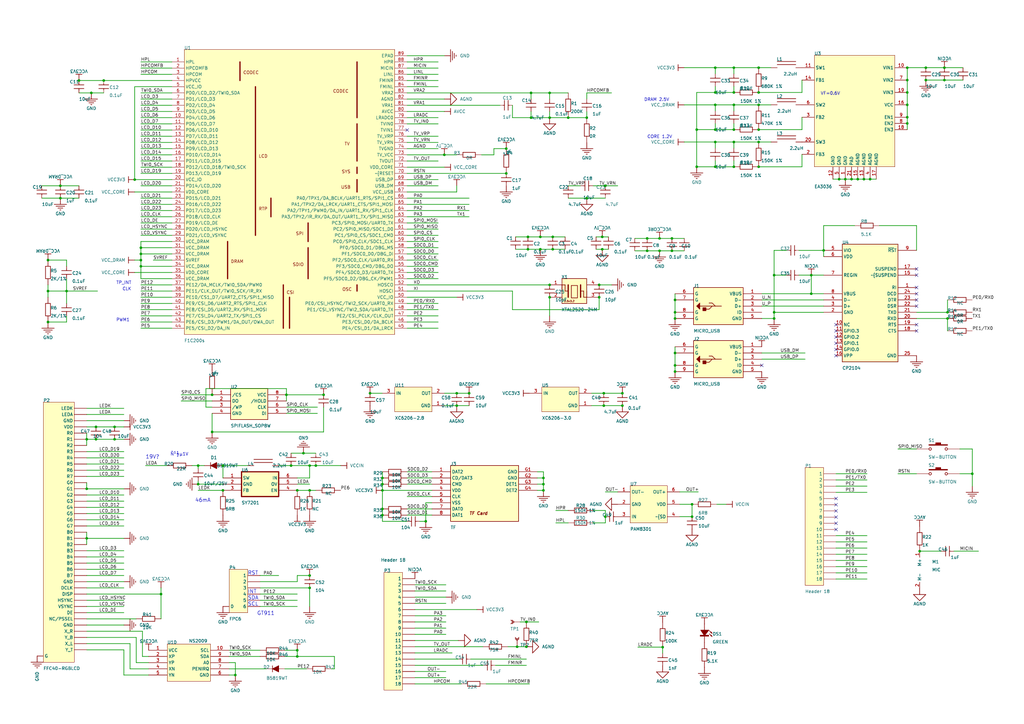
<source format=kicad_sch>
(kicad_sch (version 20210621) (generator eeschema)
  (paper "A3")
  (title_block (title "Sonavox") (date "2021-07-08") (rev "REV:A"))
  (junction (at 19.685 106.68) (diameter 0.9144))
  (junction (at 19.685 119.38) (diameter 0.9144))
  (junction (at 19.685 132.08) (diameter 0.9144))
  (junction (at 24.765 76.2) (diameter 0.9144))
  (junction (at 24.765 81.28) (diameter 0.9144))
  (junction (at 27.305 119.38) (diameter 0.9144))
  (junction (at 32.385 33.02) (diameter 0.9144))
  (junction (at 35.56 180.1622) (diameter 0.9144))
  (junction (at 35.56 200.4822) (diameter 0.9144))
  (junction (at 35.56 220.8022) (diameter 0.9144))
  (junction (at 37.465 38.1) (diameter 0.9144))
  (junction (at 39.37 175.0822) (diameter 0.9144))
  (junction (at 39.37 180.1622) (diameter 0.9144))
  (junction (at 42.545 33.02) (diameter 0.9144))
  (junction (at 46.99 175.0822) (diameter 0.9144))
  (junction (at 46.99 180.1622) (diameter 0.9144))
  (junction (at 55.245 73.66) (diameter 0.9144))
  (junction (at 57.785 101.6) (diameter 0.9144))
  (junction (at 57.785 104.14) (diameter 0.9144))
  (junction (at 57.785 106.68) (diameter 0.9144))
  (junction (at 57.785 109.22) (diameter 0.9144))
  (junction (at 66.04 243.6622) (diameter 0.9144))
  (junction (at 81.28 190.9572) (diameter 0.9144))
  (junction (at 81.28 198.5772) (diameter 0.9144))
  (junction (at 86.995 161.925) (diameter 0.9144))
  (junction (at 86.995 177.165) (diameter 0.9144))
  (junction (at 91.44 190.9572) (diameter 0.9144))
  (junction (at 91.44 201.1172) (diameter 0.9144))
  (junction (at 96.52 276.86) (diameter 0.9144))
  (junction (at 117.475 161.925) (diameter 0.9144))
  (junction (at 119.38 190.9572) (diameter 0.9144))
  (junction (at 121.92 201.1172) (diameter 0.9144))
  (junction (at 121.92 266.7) (diameter 0.9144))
  (junction (at 121.92 269.24) (diameter 0.9144))
  (junction (at 124.46 185.8772) (diameter 0.9144))
  (junction (at 127 190.9572) (diameter 0.9144))
  (junction (at 127 201.1172) (diameter 0.9144))
  (junction (at 127 236.0422) (diameter 0.9144))
  (junction (at 127 241.1222) (diameter 0.9144))
  (junction (at 129.54 190.9572) (diameter 0.9144))
  (junction (at 132.715 161.925) (diameter 0.9144))
  (junction (at 151.765 161.29) (diameter 0.9144))
  (junction (at 156.845 196.0372) (diameter 0.9144))
  (junction (at 156.845 198.5772) (diameter 0.9144))
  (junction (at 156.845 201.1172) (diameter 0.9144))
  (junction (at 156.845 208.7372) (diameter 0.9144))
  (junction (at 156.845 211.2772) (diameter 0.9144))
  (junction (at 174.625 213.8172) (diameter 0.9144))
  (junction (at 182.245 63.5) (diameter 0.9144))
  (junction (at 187.325 161.29) (diameter 0.9144))
  (junction (at 187.325 166.37) (diameter 0.9144))
  (junction (at 192.405 161.29) (diameter 0.9144))
  (junction (at 207.645 60.96) (diameter 0.9144))
  (junction (at 207.645 71.12) (diameter 0.9144))
  (junction (at 212.09 265.2522) (diameter 0.9144))
  (junction (at 215.9 255.0922) (diameter 0.9144))
  (junction (at 215.9 265.2522) (diameter 0.9144))
  (junction (at 216.535 97.155) (diameter 0.9144))
  (junction (at 216.535 102.235) (diameter 0.9144))
  (junction (at 217.805 38.1) (diameter 0.9144))
  (junction (at 217.805 48.26) (diameter 0.9144))
  (junction (at 221.615 97.155) (diameter 0.9144))
  (junction (at 221.615 102.235) (diameter 0.9144))
  (junction (at 222.885 196.0372) (diameter 0.9144))
  (junction (at 222.885 198.5772) (diameter 0.9144))
  (junction (at 222.885 201.1172) (diameter 0.9144))
  (junction (at 225.425 38.1) (diameter 0.9144))
  (junction (at 225.425 48.26) (diameter 0.9144))
  (junction (at 225.425 116.84) (diameter 0.9144))
  (junction (at 225.425 121.92) (diameter 0.9144))
  (junction (at 226.695 97.155) (diameter 0.9144))
  (junction (at 226.695 102.235) (diameter 0.9144))
  (junction (at 233.045 48.26) (diameter 0.9144))
  (junction (at 240.665 48.26) (diameter 0.9144))
  (junction (at 240.665 81.28) (diameter 0.9144))
  (junction (at 245.745 116.84) (diameter 0.9144))
  (junction (at 245.745 121.92) (diameter 0.9144))
  (junction (at 247.015 97.155) (diameter 0.9144))
  (junction (at 247.015 102.235) (diameter 0.9144))
  (junction (at 247.65 161.29) (diameter 0.9144))
  (junction (at 247.65 166.37) (diameter 0.9144))
  (junction (at 248.285 76.2) (diameter 0.9144))
  (junction (at 248.285 211.9122) (diameter 0.9144))
  (junction (at 255.27 161.29) (diameter 0.9144))
  (junction (at 255.27 166.37) (diameter 0.9144))
  (junction (at 265.43 97.79) (diameter 0.9144))
  (junction (at 265.43 102.87) (diameter 0.9144))
  (junction (at 270.51 97.79) (diameter 0.9144))
  (junction (at 270.51 102.87) (diameter 0.9144))
  (junction (at 271.78 265.43) (diameter 0.9144))
  (junction (at 275.59 97.79) (diameter 0.9144))
  (junction (at 275.59 102.87) (diameter 0.9144))
  (junction (at 276.86 123.0122) (diameter 0.9144))
  (junction (at 276.86 128.0922) (diameter 0.9144))
  (junction (at 276.86 130.6322) (diameter 0.9144))
  (junction (at 276.86 144.78) (diameter 0.9144))
  (junction (at 276.86 149.86) (diameter 0.9144))
  (junction (at 276.86 152.4) (diameter 0.9144))
  (junction (at 283.845 206.8322) (diameter 0.9144))
  (junction (at 283.845 211.9122) (diameter 0.9144))
  (junction (at 285.75 53.1622) (diameter 0.9144))
  (junction (at 285.75 68.4022) (diameter 0.9144))
  (junction (at 293.37 27.7622) (diameter 0.9144))
  (junction (at 293.37 37.9222) (diameter 0.9144))
  (junction (at 293.37 43.0022) (diameter 0.9144))
  (junction (at 293.37 53.1622) (diameter 0.9144))
  (junction (at 293.37 58.2422) (diameter 0.9144))
  (junction (at 293.37 68.4022) (diameter 0.9144))
  (junction (at 300.99 27.7622) (diameter 0.9144))
  (junction (at 300.99 37.9222) (diameter 0.9144))
  (junction (at 300.99 43.0022) (diameter 0.9144))
  (junction (at 300.99 53.1622) (diameter 0.9144))
  (junction (at 300.99 58.2422) (diameter 0.9144))
  (junction (at 300.99 68.4022) (diameter 0.9144))
  (junction (at 311.15 27.7622) (diameter 0.9144))
  (junction (at 311.15 37.9222) (diameter 0.9144))
  (junction (at 311.15 43.0022) (diameter 0.9144))
  (junction (at 311.15 53.1622) (diameter 0.9144))
  (junction (at 311.15 58.2422) (diameter 0.9144))
  (junction (at 311.15 68.4022) (diameter 0.9144))
  (junction (at 317.5 112.8522) (diameter 0.9144))
  (junction (at 317.5 128.0922) (diameter 0.9144))
  (junction (at 317.5 130.6322) (diameter 0.9144))
  (junction (at 332.74 112.8522) (diameter 0.9144))
  (junction (at 332.74 120.4722) (diameter 0.9144))
  (junction (at 337.82 102.6922) (diameter 0.9144))
  (junction (at 344.17 73.4822) (diameter 0.9144))
  (junction (at 346.71 73.4822) (diameter 0.9144))
  (junction (at 349.25 73.4822) (diameter 0.9144))
  (junction (at 351.79 73.4822) (diameter 0.9144))
  (junction (at 354.33 73.4822) (diameter 0.9144))
  (junction (at 356.87 73.4822) (diameter 0.9144))
  (junction (at 372.11 27.7622) (diameter 0.9144))
  (junction (at 372.11 32.8422) (diameter 0.9144))
  (junction (at 372.11 37.9222) (diameter 0.9144))
  (junction (at 372.11 43.0022) (diameter 0.9144))
  (junction (at 372.11 48.0822) (diameter 0.9144))
  (junction (at 372.11 50.6222) (diameter 0.9144))
  (junction (at 377.19 226.06) (diameter 0.9144))
  (junction (at 379.73 27.7622) (diameter 0.9144))
  (junction (at 379.73 32.8422) (diameter 0.9144))
  (junction (at 387.35 27.7622) (diameter 0.9144))
  (junction (at 387.35 32.8422) (diameter 0.9144))
  (junction (at 388.62 128.0922) (diameter 0.9144))
  (junction (at 388.62 130.6322) (diameter 0.9144))
  (junction (at 398.78 194.31) (diameter 0.9144))
  (no_connect (at 167.005 53.34))
  (no_connect (at 312.42 149.86))
  (no_connect (at 342.9 133.1722))
  (no_connect (at 342.9 135.7122))
  (no_connect (at 342.9 138.2522))
  (no_connect (at 342.9 140.7922))
  (no_connect (at 342.9 143.3322))
  (no_connect (at 342.9 145.8722))
  (no_connect (at 342.9 204.47))
  (no_connect (at 342.9 207.01))
  (no_connect (at 342.9 209.55))
  (no_connect (at 342.9 212.09))
  (no_connect (at 342.9 214.63))
  (no_connect (at 342.9 217.17))
  (no_connect (at 375.92 110.3122))
  (no_connect (at 375.92 112.8522))
  (no_connect (at 375.92 117.9322))
  (no_connect (at 375.92 120.4722))
  (no_connect (at 375.92 123.0122))
  (no_connect (at 375.92 125.5522))
  (no_connect (at 375.92 133.1722))
  (no_connect (at 375.92 135.7122))
  (wire (pts (xy 17.145 76.2) (xy 24.765 76.2)) (stroke (width 0.254)))
  (wire (pts (xy 19.685 106.68) (xy 27.305 106.68)) (stroke (width 0.254)))
  (wire (pts (xy 19.685 116.84) (xy 19.685 119.38)) (stroke (width 0.254)))
  (wire (pts (xy 19.685 119.38) (xy 19.685 121.92)) (stroke (width 0.254)))
  (wire (pts (xy 19.685 119.38) (xy 27.305 119.38)) (stroke (width 0.254)))
  (wire (pts (xy 19.685 132.08) (xy 27.305 132.08)) (stroke (width 0.254)))
  (wire (pts (xy 24.765 76.2) (xy 32.385 76.2)) (stroke (width 0.254)))
  (wire (pts (xy 24.765 81.28) (xy 17.145 81.28)) (stroke (width 0.254)))
  (wire (pts (xy 27.305 106.68) (xy 27.305 109.22)) (stroke (width 0.254)))
  (wire (pts (xy 27.305 114.3) (xy 27.305 119.38)) (stroke (width 0.254)))
  (wire (pts (xy 27.305 119.38) (xy 27.305 124.46)) (stroke (width 0.254)))
  (wire (pts (xy 27.305 119.38) (xy 40.005 119.38)) (stroke (width 0.254)))
  (wire (pts (xy 27.305 132.08) (xy 27.305 129.54)) (stroke (width 0.254)))
  (wire (pts (xy 32.385 33.02) (xy 42.545 33.02)) (stroke (width 0.254)))
  (wire (pts (xy 32.385 38.1) (xy 37.465 38.1)) (stroke (width 0.254)))
  (wire (pts (xy 32.385 81.28) (xy 24.765 81.28)) (stroke (width 0.254)))
  (wire (pts (xy 35.56 175.0822) (xy 39.37 175.0822)) (stroke (width 0.254)))
  (wire (pts (xy 35.56 177.6222) (xy 35.56 180.1622)) (stroke (width 0.254)))
  (wire (pts (xy 35.56 180.1622) (xy 35.56 182.7022)) (stroke (width 0.254)))
  (wire (pts (xy 35.56 180.1622) (xy 39.37 180.1622)) (stroke (width 0.254)))
  (wire (pts (xy 35.56 197.9422) (xy 35.56 200.4822)) (stroke (width 0.254)))
  (wire (pts (xy 35.56 200.4822) (xy 50.8 200.4822)) (stroke (width 0.254)))
  (wire (pts (xy 35.56 218.2622) (xy 35.56 220.8022)) (stroke (width 0.254)))
  (wire (pts (xy 35.56 220.8022) (xy 35.56 223.3422)) (stroke (width 0.254)))
  (wire (pts (xy 35.56 220.8022) (xy 50.8 220.8022)) (stroke (width 0.254)))
  (wire (pts (xy 35.56 243.6622) (xy 66.04 243.6622)) (stroke (width 0.254)))
  (wire (pts (xy 35.56 261.4422) (xy 55.88 261.4422)) (stroke (width 0.254)))
  (wire (pts (xy 35.56 263.9822) (xy 53.34 263.9822)) (stroke (width 0.254)))
  (wire (pts (xy 35.56 266.5222) (xy 50.8 266.5222)) (stroke (width 0.254)))
  (wire (pts (xy 37.465 38.1) (xy 42.545 38.1)) (stroke (width 0.254)))
  (wire (pts (xy 39.37 175.0822) (xy 46.99 175.0822)) (stroke (width 0.254)))
  (wire (pts (xy 39.37 180.1622) (xy 46.99 180.1622)) (stroke (width 0.254)))
  (wire (pts (xy 42.545 33.02) (xy 70.485 33.02)) (stroke (width 0.254)))
  (wire (pts (xy 46.99 175.0822) (xy 50.8 175.0822)) (stroke (width 0.254)))
  (wire (pts (xy 46.99 180.1622) (xy 50.8 180.1622)) (stroke (width 0.254)))
  (wire (pts (xy 50.8 167.4622) (xy 35.56 167.4622)) (stroke (width 0.254)))
  (wire (pts (xy 50.8 170.0022) (xy 35.56 170.0022)) (stroke (width 0.254)))
  (wire (pts (xy 50.8 172.5422) (xy 35.56 172.5422)) (stroke (width 0.254)))
  (wire (pts (xy 50.8 185.2422) (xy 35.56 185.2422)) (stroke (width 0.254)))
  (wire (pts (xy 50.8 187.7822) (xy 35.56 187.7822)) (stroke (width 0.254)))
  (wire (pts (xy 50.8 190.3222) (xy 35.56 190.3222)) (stroke (width 0.254)))
  (wire (pts (xy 50.8 192.8622) (xy 35.56 192.8622)) (stroke (width 0.254)))
  (wire (pts (xy 50.8 195.4022) (xy 35.56 195.4022)) (stroke (width 0.254)))
  (wire (pts (xy 50.8 203.0222) (xy 35.56 203.0222)) (stroke (width 0.254)))
  (wire (pts (xy 50.8 205.5622) (xy 35.56 205.5622)) (stroke (width 0.254)))
  (wire (pts (xy 50.8 208.1022) (xy 35.56 208.1022)) (stroke (width 0.254)))
  (wire (pts (xy 50.8 210.6422) (xy 35.56 210.6422)) (stroke (width 0.254)))
  (wire (pts (xy 50.8 213.1822) (xy 35.56 213.1822)) (stroke (width 0.254)))
  (wire (pts (xy 50.8 215.7222) (xy 35.56 215.7222)) (stroke (width 0.254)))
  (wire (pts (xy 50.8 225.8822) (xy 35.56 225.8822)) (stroke (width 0.254)))
  (wire (pts (xy 50.8 228.4222) (xy 35.56 228.4222)) (stroke (width 0.254)))
  (wire (pts (xy 50.8 230.9622) (xy 35.56 230.9622)) (stroke (width 0.254)))
  (wire (pts (xy 50.8 233.5022) (xy 35.56 233.5022)) (stroke (width 0.254)))
  (wire (pts (xy 50.8 236.0422) (xy 35.56 236.0422)) (stroke (width 0.254)))
  (wire (pts (xy 50.8 238.5822) (xy 35.56 238.5822)) (stroke (width 0.254)))
  (wire (pts (xy 50.8 241.1222) (xy 35.56 241.1222)) (stroke (width 0.254)))
  (wire (pts (xy 50.8 246.2022) (xy 35.56 246.2022)) (stroke (width 0.254)))
  (wire (pts (xy 50.8 248.7422) (xy 35.56 248.7422)) (stroke (width 0.254)))
  (wire (pts (xy 50.8 251.2822) (xy 35.56 251.2822)) (stroke (width 0.254)))
  (wire (pts (xy 50.8 256.3622) (xy 35.56 256.3622)) (stroke (width 0.254)))
  (wire (pts (xy 50.8 266.5222) (xy 50.8 276.86)) (stroke (width 0.254)))
  (wire (pts (xy 50.8 276.86) (xy 60.96 276.86)) (stroke (width 0.254)))
  (wire (pts (xy 53.34 263.9822) (xy 53.34 274.32)) (stroke (width 0.254)))
  (wire (pts (xy 53.34 274.32) (xy 60.96 274.32)) (stroke (width 0.254)))
  (wire (pts (xy 55.245 35.56) (xy 55.245 73.66)) (stroke (width 0.254)))
  (wire (pts (xy 55.245 73.66) (xy 70.485 73.66)) (stroke (width 0.254)))
  (wire (pts (xy 55.245 78.74) (xy 70.485 78.74)) (stroke (width 0.254)))
  (wire (pts (xy 55.245 106.68) (xy 57.785 106.68)) (stroke (width 0.254)))
  (wire (pts (xy 55.88 253.8222) (xy 35.56 253.8222)) (stroke (width 0.254)))
  (wire (pts (xy 55.88 261.4422) (xy 55.88 271.78)) (stroke (width 0.254)))
  (wire (pts (xy 55.88 271.78) (xy 60.96 271.78)) (stroke (width 0.254)))
  (wire (pts (xy 57.785 99.06) (xy 57.785 101.6)) (stroke (width 0.254)))
  (wire (pts (xy 57.785 101.6) (xy 57.785 104.14)) (stroke (width 0.254)))
  (wire (pts (xy 57.785 104.14) (xy 70.485 104.14)) (stroke (width 0.254)))
  (wire (pts (xy 57.785 106.68) (xy 57.785 104.14)) (stroke (width 0.254)))
  (wire (pts (xy 57.785 109.22) (xy 57.785 106.68)) (stroke (width 0.254)))
  (wire (pts (xy 57.785 114.3) (xy 57.785 109.22)) (stroke (width 0.254)))
  (wire (pts (xy 58.42 258.9022) (xy 35.56 258.9022)) (stroke (width 0.254)))
  (wire (pts (xy 58.42 269.24) (xy 58.42 258.9022)) (stroke (width 0.254)))
  (wire (pts (xy 60.96 269.24) (xy 58.42 269.24)) (stroke (width 0.254)))
  (wire (pts (xy 66.04 243.6622) (xy 66.04 241.1222)) (stroke (width 0.254)))
  (wire (pts (xy 66.04 253.8222) (xy 66.04 243.6622)) (stroke (width 0.254)))
  (wire (pts (xy 68.58 190.9572) (xy 59.69 190.9572)) (stroke (width 0.254)))
  (wire (pts (xy 70.485 25.4) (xy 57.785 25.4)) (stroke (width 0.254)))
  (wire (pts (xy 70.485 27.94) (xy 57.785 27.94)) (stroke (width 0.254)))
  (wire (pts (xy 70.485 30.48) (xy 57.785 30.48)) (stroke (width 0.254)))
  (wire (pts (xy 70.485 35.56) (xy 55.245 35.56)) (stroke (width 0.254)))
  (wire (pts (xy 70.485 38.1) (xy 57.785 38.1)) (stroke (width 0.254)))
  (wire (pts (xy 70.485 40.64) (xy 57.785 40.64)) (stroke (width 0.254)))
  (wire (pts (xy 70.485 43.18) (xy 57.785 43.18)) (stroke (width 0.254)))
  (wire (pts (xy 70.485 45.72) (xy 57.785 45.72)) (stroke (width 0.254)))
  (wire (pts (xy 70.485 48.26) (xy 57.785 48.26)) (stroke (width 0.254)))
  (wire (pts (xy 70.485 50.8) (xy 57.785 50.8)) (stroke (width 0.254)))
  (wire (pts (xy 70.485 53.34) (xy 57.785 53.34)) (stroke (width 0.254)))
  (wire (pts (xy 70.485 55.88) (xy 57.785 55.88)) (stroke (width 0.254)))
  (wire (pts (xy 70.485 58.42) (xy 57.785 58.42)) (stroke (width 0.254)))
  (wire (pts (xy 70.485 60.96) (xy 57.785 60.96)) (stroke (width 0.254)))
  (wire (pts (xy 70.485 63.5) (xy 57.785 63.5)) (stroke (width 0.254)))
  (wire (pts (xy 70.485 66.04) (xy 57.785 66.04)) (stroke (width 0.254)))
  (wire (pts (xy 70.485 68.58) (xy 57.785 68.58)) (stroke (width 0.254)))
  (wire (pts (xy 70.485 71.12) (xy 57.785 71.12)) (stroke (width 0.254)))
  (wire (pts (xy 70.485 76.2) (xy 57.785 76.2)) (stroke (width 0.254)))
  (wire (pts (xy 70.485 81.28) (xy 57.785 81.28)) (stroke (width 0.254)))
  (wire (pts (xy 70.485 83.82) (xy 57.785 83.82)) (stroke (width 0.254)))
  (wire (pts (xy 70.485 86.36) (xy 57.785 86.36)) (stroke (width 0.254)))
  (wire (pts (xy 70.485 88.9) (xy 57.785 88.9)) (stroke (width 0.254)))
  (wire (pts (xy 70.485 91.44) (xy 57.785 91.44)) (stroke (width 0.254)))
  (wire (pts (xy 70.485 93.98) (xy 57.785 93.98)) (stroke (width 0.254)))
  (wire (pts (xy 70.485 96.52) (xy 57.785 96.52)) (stroke (width 0.254)))
  (wire (pts (xy 70.485 99.06) (xy 57.785 99.06)) (stroke (width 0.254)))
  (wire (pts (xy 70.485 101.6) (xy 57.785 101.6)) (stroke (width 0.254)))
  (wire (pts (xy 70.485 106.68) (xy 62.865 106.68)) (stroke (width 0.254)))
  (wire (pts (xy 70.485 109.22) (xy 57.785 109.22)) (stroke (width 0.254)))
  (wire (pts (xy 70.485 111.76) (xy 55.245 111.76)) (stroke (width 0.254)))
  (wire (pts (xy 70.485 114.3) (xy 57.785 114.3)) (stroke (width 0.254)))
  (wire (pts (xy 70.485 116.84) (xy 57.785 116.84)) (stroke (width 0.254)))
  (wire (pts (xy 70.485 119.38) (xy 57.785 119.38)) (stroke (width 0.254)))
  (wire (pts (xy 70.485 121.92) (xy 57.785 121.92)) (stroke (width 0.254)))
  (wire (pts (xy 70.485 124.46) (xy 57.785 124.46)) (stroke (width 0.254)))
  (wire (pts (xy 70.485 127) (xy 57.785 127)) (stroke (width 0.254)))
  (wire (pts (xy 70.485 129.54) (xy 57.785 129.54)) (stroke (width 0.254)))
  (wire (pts (xy 70.485 132.08) (xy 57.785 132.08)) (stroke (width 0.254)))
  (wire (pts (xy 70.485 134.62) (xy 57.785 134.62)) (stroke (width 0.254)))
  (wire (pts (xy 81.28 190.9572) (xy 78.74 190.9572)) (stroke (width 0.254)))
  (wire (pts (xy 81.28 192.2272) (xy 81.28 190.9572)) (stroke (width 0.254)))
  (wire (pts (xy 81.28 197.3072) (xy 81.28 198.5772)) (stroke (width 0.254)))
  (wire (pts (xy 81.28 198.5772) (xy 91.44 198.5772)) (stroke (width 0.254)))
  (wire (pts (xy 83.82 190.9572) (xy 81.28 190.9572)) (stroke (width 0.254)))
  (wire (pts (xy 84.455 159.385) (xy 117.475 159.385)) (stroke (width 0.254)))
  (wire (pts (xy 84.455 167.005) (xy 84.455 159.385)) (stroke (width 0.254)))
  (wire (pts (xy 86.995 161.925) (xy 74.295 161.925)) (stroke (width 0.254)))
  (wire (pts (xy 86.995 164.465) (xy 74.295 164.465)) (stroke (width 0.254)))
  (wire (pts (xy 86.995 167.005) (xy 84.455 167.005)) (stroke (width 0.254)))
  (wire (pts (xy 86.995 169.545) (xy 86.995 177.165)) (stroke (width 0.254)))
  (wire (pts (xy 86.995 177.165) (xy 132.715 177.165)) (stroke (width 0.254)))
  (wire (pts (xy 91.44 190.9572) (xy 91.44 196.0372)) (stroke (width 0.254)))
  (wire (pts (xy 91.44 201.1172) (xy 81.28 201.1172)) (stroke (width 0.254)))
  (wire (pts (xy 93.98 266.7) (xy 106.68 266.7)) (stroke (width 0.254)))
  (wire (pts (xy 93.98 269.24) (xy 106.68 269.24)) (stroke (width 0.254)))
  (wire (pts (xy 93.98 271.78) (xy 96.52 271.78)) (stroke (width 0.254)))
  (wire (pts (xy 93.98 274.32) (xy 109.22 274.32)) (stroke (width 0.254)))
  (wire (pts (xy 96.52 271.78) (xy 96.52 276.86)) (stroke (width 0.254)))
  (wire (pts (xy 96.52 276.86) (xy 93.98 276.86)) (stroke (width 0.254)))
  (wire (pts (xy 101.6 190.9572) (xy 91.44 190.9572)) (stroke (width 0.254)))
  (wire (pts (xy 106.68 236.0422) (xy 114.3 236.0422)) (stroke (width 0.254)))
  (wire (pts (xy 106.68 238.5822) (xy 121.92 238.5822)) (stroke (width 0.254)))
  (wire (pts (xy 106.68 241.1222) (xy 127 241.1222)) (stroke (width 0.254)))
  (wire (pts (xy 106.68 243.6622) (xy 121.92 243.6622)) (stroke (width 0.254)))
  (wire (pts (xy 106.68 246.2022) (xy 121.92 246.2022)) (stroke (width 0.254)))
  (wire (pts (xy 106.68 248.7422) (xy 121.92 248.7422)) (stroke (width 0.254)))
  (wire (pts (xy 114.3 190.9572) (xy 119.38 190.9572)) (stroke (width 0.254)))
  (wire (pts (xy 116.84 269.24) (xy 121.92 269.24)) (stroke (width 0.254)))
  (wire (pts (xy 116.84 274.32) (xy 125.73 274.32)) (stroke (width 0.254)))
  (wire (pts (xy 117.475 159.385) (xy 117.475 161.925)) (stroke (width 0.254)))
  (wire (pts (xy 117.475 161.925) (xy 132.715 161.925)) (stroke (width 0.254)))
  (wire (pts (xy 117.475 164.465) (xy 117.475 161.925)) (stroke (width 0.254)))
  (wire (pts (xy 117.475 167.005) (xy 130.175 167.005)) (stroke (width 0.254)))
  (wire (pts (xy 117.475 169.545) (xy 130.175 169.545)) (stroke (width 0.254)))
  (wire (pts (xy 119.38 190.9572) (xy 127 190.9572)) (stroke (width 0.254)))
  (wire (pts (xy 121.92 198.5772) (xy 127 198.5772)) (stroke (width 0.254)))
  (wire (pts (xy 121.92 236.0422) (xy 127 236.0422)) (stroke (width 0.254)))
  (wire (pts (xy 121.92 238.5822) (xy 121.92 236.0422)) (stroke (width 0.254)))
  (wire (pts (xy 121.92 266.7) (xy 116.84 266.7)) (stroke (width 0.254)))
  (wire (pts (xy 121.92 269.24) (xy 121.92 266.7)) (stroke (width 0.254)))
  (wire (pts (xy 121.92 269.24) (xy 137.16 269.24)) (stroke (width 0.254)))
  (wire (pts (xy 124.46 185.8772) (xy 119.38 185.8772)) (stroke (width 0.254)))
  (wire (pts (xy 127 190.9572) (xy 127 196.0372)) (stroke (width 0.254)))
  (wire (pts (xy 127 196.0372) (xy 121.92 196.0372)) (stroke (width 0.254)))
  (wire (pts (xy 127 201.1172) (xy 121.92 201.1172)) (stroke (width 0.254)))
  (wire (pts (xy 127 241.1222) (xy 127 248.7422)) (stroke (width 0.254)))
  (wire (pts (xy 129.54 185.8772) (xy 124.46 185.8772)) (stroke (width 0.254)))
  (wire (pts (xy 129.54 190.9572) (xy 127 190.9572)) (stroke (width 0.254)))
  (wire (pts (xy 129.54 201.1172) (xy 127 201.1172)) (stroke (width 0.254)))
  (wire (pts (xy 132.715 177.165) (xy 132.715 167.005)) (stroke (width 0.254)))
  (wire (pts (xy 137.16 269.24) (xy 137.16 274.32)) (stroke (width 0.254)))
  (wire (pts (xy 137.16 274.32) (xy 135.89 274.32)) (stroke (width 0.254)))
  (wire (pts (xy 139.7 190.9572) (xy 129.54 190.9572)) (stroke (width 0.254)))
  (wire (pts (xy 156.845 161.29) (xy 151.765 161.29)) (stroke (width 0.254)))
  (wire (pts (xy 156.845 193.4972) (xy 156.845 196.0372)) (stroke (width 0.254)))
  (wire (pts (xy 156.845 196.0372) (xy 156.845 198.5772)) (stroke (width 0.254)))
  (wire (pts (xy 156.845 198.5772) (xy 156.845 201.1172)) (stroke (width 0.254)))
  (wire (pts (xy 156.845 201.1172) (xy 156.845 208.7372)) (stroke (width 0.254)))
  (wire (pts (xy 156.845 208.7372) (xy 156.845 211.2772)) (stroke (width 0.254)))
  (wire (pts (xy 156.845 211.2772) (xy 156.845 213.8172)) (stroke (width 0.254)))
  (wire (pts (xy 156.845 213.8172) (xy 167.005 213.8172)) (stroke (width 0.254)))
  (wire (pts (xy 167.005 22.86) (xy 182.245 22.86)) (stroke (width 0.254)))
  (wire (pts (xy 167.005 38.1) (xy 217.805 38.1)) (stroke (width 0.254)))
  (wire (pts (xy 167.005 43.18) (xy 205.105 43.18)) (stroke (width 0.254)))
  (wire (pts (xy 167.005 45.72) (xy 182.245 45.72)) (stroke (width 0.254)))
  (wire (pts (xy 167.005 50.8) (xy 179.705 50.8)) (stroke (width 0.254)))
  (wire (pts (xy 167.005 63.5) (xy 182.245 63.5)) (stroke (width 0.254)))
  (wire (pts (xy 167.005 68.58) (xy 182.245 68.58)) (stroke (width 0.254)))
  (wire (pts (xy 167.005 71.12) (xy 207.645 71.12)) (stroke (width 0.254)))
  (wire (pts (xy 167.005 78.74) (xy 187.325 78.74)) (stroke (width 0.254)))
  (wire (pts (xy 167.005 81.28) (xy 192.405 81.28)) (stroke (width 0.254)))
  (wire (pts (xy 167.005 83.82) (xy 192.405 83.82)) (stroke (width 0.254)))
  (wire (pts (xy 167.005 86.36) (xy 192.405 86.36)) (stroke (width 0.254)))
  (wire (pts (xy 167.005 88.9) (xy 192.405 88.9)) (stroke (width 0.254)))
  (wire (pts (xy 167.005 116.84) (xy 225.425 116.84)) (stroke (width 0.254)))
  (wire (pts (xy 167.005 121.92) (xy 187.325 121.92)) (stroke (width 0.254)))
  (wire (pts (xy 167.005 124.46) (xy 179.705 124.46)) (stroke (width 0.254)))
  (wire (pts (xy 167.005 127) (xy 179.705 127)) (stroke (width 0.254)))
  (wire (pts (xy 170.18 239.8522) (xy 182.88 239.8522)) (stroke (width 0.254)))
  (wire (pts (xy 170.18 244.9322) (xy 182.88 244.9322)) (stroke (width 0.254)))
  (wire (pts (xy 170.18 247.4722) (xy 182.88 247.4722)) (stroke (width 0.254)))
  (wire (pts (xy 170.18 250.0122) (xy 195.58 250.0122)) (stroke (width 0.254)))
  (wire (pts (xy 170.18 252.5522) (xy 182.88 252.5522)) (stroke (width 0.254)))
  (wire (pts (xy 170.18 265.2522) (xy 198.12 265.2522)) (stroke (width 0.254)))
  (wire (pts (xy 170.18 267.7922) (xy 185.42 267.7922)) (stroke (width 0.254)))
  (wire (pts (xy 170.18 270.3322) (xy 187.96 270.3322)) (stroke (width 0.254)))
  (wire (pts (xy 170.18 272.8722) (xy 198.12 272.8722)) (stroke (width 0.254)))
  (wire (pts (xy 170.18 277.9522) (xy 182.88 277.9522)) (stroke (width 0.254)))
  (wire (pts (xy 170.18 280.4922) (xy 189.23 280.4922)) (stroke (width 0.254)))
  (wire (pts (xy 172.085 213.8172) (xy 174.625 213.8172)) (stroke (width 0.254)))
  (wire (pts (xy 174.625 206.1972) (xy 177.165 206.1972)) (stroke (width 0.254)))
  (wire (pts (xy 174.625 213.8172) (xy 174.625 206.1972)) (stroke (width 0.254)))
  (wire (pts (xy 177.165 193.4972) (xy 167.005 193.4972)) (stroke (width 0.254)))
  (wire (pts (xy 177.165 196.0372) (xy 167.005 196.0372)) (stroke (width 0.254)))
  (wire (pts (xy 177.165 198.5772) (xy 167.005 198.5772)) (stroke (width 0.254)))
  (wire (pts (xy 177.165 201.1172) (xy 156.845 201.1172)) (stroke (width 0.254)))
  (wire (pts (xy 177.165 203.6572) (xy 167.005 203.6572)) (stroke (width 0.254)))
  (wire (pts (xy 177.165 208.7372) (xy 167.005 208.7372)) (stroke (width 0.254)))
  (wire (pts (xy 177.165 211.2772) (xy 167.005 211.2772)) (stroke (width 0.254)))
  (wire (pts (xy 179.705 25.4) (xy 167.005 25.4)) (stroke (width 0.254)))
  (wire (pts (xy 179.705 27.94) (xy 167.005 27.94)) (stroke (width 0.254)))
  (wire (pts (xy 179.705 30.48) (xy 167.005 30.48)) (stroke (width 0.254)))
  (wire (pts (xy 179.705 33.02) (xy 167.005 33.02)) (stroke (width 0.254)))
  (wire (pts (xy 179.705 35.56) (xy 167.005 35.56)) (stroke (width 0.254)))
  (wire (pts (xy 179.705 48.26) (xy 167.005 48.26)) (stroke (width 0.254)))
  (wire (pts (xy 179.705 55.88) (xy 167.005 55.88)) (stroke (width 0.254)))
  (wire (pts (xy 179.705 58.42) (xy 167.005 58.42)) (stroke (width 0.254)))
  (wire (pts (xy 179.705 60.96) (xy 167.005 60.96)) (stroke (width 0.254)))
  (wire (pts (xy 179.705 66.04) (xy 167.005 66.04)) (stroke (width 0.254)))
  (wire (pts (xy 179.705 73.66) (xy 167.005 73.66)) (stroke (width 0.254)))
  (wire (pts (xy 179.705 76.2) (xy 167.005 76.2)) (stroke (width 0.254)))
  (wire (pts (xy 179.705 91.44) (xy 167.005 91.44)) (stroke (width 0.254)))
  (wire (pts (xy 179.705 93.98) (xy 167.005 93.98)) (stroke (width 0.254)))
  (wire (pts (xy 179.705 96.52) (xy 167.005 96.52)) (stroke (width 0.254)))
  (wire (pts (xy 179.705 99.06) (xy 167.005 99.06)) (stroke (width 0.254)))
  (wire (pts (xy 179.705 101.6) (xy 167.005 101.6)) (stroke (width 0.254)))
  (wire (pts (xy 179.705 104.14) (xy 167.005 104.14)) (stroke (width 0.254)))
  (wire (pts (xy 179.705 106.68) (xy 167.005 106.68)) (stroke (width 0.254)))
  (wire (pts (xy 179.705 109.22) (xy 167.005 109.22)) (stroke (width 0.254)))
  (wire (pts (xy 179.705 111.76) (xy 167.005 111.76)) (stroke (width 0.254)))
  (wire (pts (xy 179.705 114.3) (xy 167.005 114.3)) (stroke (width 0.254)))
  (wire (pts (xy 179.705 129.54) (xy 167.005 129.54)) (stroke (width 0.254)))
  (wire (pts (xy 179.705 132.08) (xy 167.005 132.08)) (stroke (width 0.254)))
  (wire (pts (xy 179.705 134.62) (xy 167.005 134.62)) (stroke (width 0.254)))
  (wire (pts (xy 182.245 40.64) (xy 167.005 40.64)) (stroke (width 0.254)))
  (wire (pts (xy 182.245 63.5) (xy 187.325 63.5)) (stroke (width 0.254)))
  (wire (pts (xy 182.245 161.29) (xy 187.325 161.29)) (stroke (width 0.254)))
  (wire (pts (xy 182.88 242.3922) (xy 170.18 242.3922)) (stroke (width 0.254)))
  (wire (pts (xy 182.88 255.0922) (xy 170.18 255.0922)) (stroke (width 0.254)))
  (wire (pts (xy 182.88 257.6322) (xy 170.18 257.6322)) (stroke (width 0.254)))
  (wire (pts (xy 182.88 260.1722) (xy 170.18 260.1722)) (stroke (width 0.254)))
  (wire (pts (xy 182.88 275.4122) (xy 170.18 275.4122)) (stroke (width 0.254)))
  (wire (pts (xy 187.325 78.74) (xy 187.325 76.2)) (stroke (width 0.254)))
  (wire (pts (xy 187.325 161.29) (xy 192.405 161.29)) (stroke (width 0.254)))
  (wire (pts (xy 187.325 166.37) (xy 182.245 166.37)) (stroke (width 0.254)))
  (wire (pts (xy 187.96 262.7122) (xy 170.18 262.7122)) (stroke (width 0.254)))
  (wire (pts (xy 192.405 166.37) (xy 187.325 166.37)) (stroke (width 0.254)))
  (wire (pts (xy 193.04 270.3322) (xy 215.9 270.3322)) (stroke (width 0.254)))
  (wire (pts (xy 197.485 63.5) (xy 202.565 63.5)) (stroke (width 0.254)))
  (wire (pts (xy 199.39 280.4922) (xy 217.17 280.4922)) (stroke (width 0.254)))
  (wire (pts (xy 202.565 60.96) (xy 207.645 60.96)) (stroke (width 0.254)))
  (wire (pts (xy 202.565 63.5) (xy 202.565 60.96)) (stroke (width 0.254)))
  (wire (pts (xy 203.2 272.8722) (xy 215.9 272.8722)) (stroke (width 0.254)))
  (wire (pts (xy 208.28 265.2522) (xy 212.09 265.2522)) (stroke (width 0.254)))
  (wire (pts (xy 210.185 48.26) (xy 210.185 43.18)) (stroke (width 0.254)))
  (wire (pts (xy 210.185 119.38) (xy 167.005 119.38)) (stroke (width 0.254)))
  (wire (pts (xy 210.185 127) (xy 210.185 119.38)) (stroke (width 0.254)))
  (wire (pts (xy 211.455 97.155) (xy 216.535 97.155)) (stroke (width 0.254)))
  (wire (pts (xy 211.455 102.235) (xy 216.535 102.235)) (stroke (width 0.254)))
  (wire (pts (xy 212.09 265.2522) (xy 215.9 265.2522)) (stroke (width 0.254)))
  (wire (pts (xy 213.36 255.0922) (xy 215.9 255.0922)) (stroke (width 0.254)))
  (wire (pts (xy 215.9 255.0922) (xy 220.98 255.0922)) (stroke (width 0.254)))
  (wire (pts (xy 216.535 97.155) (xy 221.615 97.155)) (stroke (width 0.254)))
  (wire (pts (xy 216.535 102.235) (xy 221.615 102.235)) (stroke (width 0.254)))
  (wire (pts (xy 217.805 38.1) (xy 217.805 40.64)) (stroke (width 0.254)))
  (wire (pts (xy 217.805 38.1) (xy 225.425 38.1)) (stroke (width 0.254)))
  (wire (pts (xy 217.805 45.72) (xy 217.805 48.26)) (stroke (width 0.254)))
  (wire (pts (xy 217.805 48.26) (xy 210.185 48.26)) (stroke (width 0.254)))
  (wire (pts (xy 220.345 193.4972) (xy 222.885 193.4972)) (stroke (width 0.254)))
  (wire (pts (xy 220.345 196.0372) (xy 222.885 196.0372)) (stroke (width 0.254)))
  (wire (pts (xy 220.345 198.5772) (xy 222.885 198.5772)) (stroke (width 0.254)))
  (wire (pts (xy 221.615 97.155) (xy 226.695 97.155)) (stroke (width 0.254)))
  (wire (pts (xy 221.615 102.235) (xy 226.695 102.235)) (stroke (width 0.254)))
  (wire (pts (xy 222.885 193.4972) (xy 222.885 196.0372)) (stroke (width 0.254)))
  (wire (pts (xy 222.885 196.0372) (xy 222.885 198.5772)) (stroke (width 0.254)))
  (wire (pts (xy 222.885 198.5772) (xy 222.885 201.1172)) (stroke (width 0.254)))
  (wire (pts (xy 222.885 201.1172) (xy 220.345 201.1172)) (stroke (width 0.254)))
  (wire (pts (xy 225.425 38.1) (xy 225.425 40.64)) (stroke (width 0.254)))
  (wire (pts (xy 225.425 38.1) (xy 233.045 38.1)) (stroke (width 0.254)))
  (wire (pts (xy 225.425 48.26) (xy 217.805 48.26)) (stroke (width 0.254)))
  (wire (pts (xy 225.425 48.26) (xy 225.425 45.72)) (stroke (width 0.254)))
  (wire (pts (xy 225.425 121.92) (xy 225.425 129.54)) (stroke (width 0.254)))
  (wire (pts (xy 226.695 97.155) (xy 231.775 97.155)) (stroke (width 0.254)))
  (wire (pts (xy 226.695 102.235) (xy 231.775 102.235)) (stroke (width 0.254)))
  (wire (pts (xy 233.045 48.26) (xy 225.425 48.26)) (stroke (width 0.254)))
  (wire (pts (xy 233.045 81.28) (xy 240.665 81.28)) (stroke (width 0.254)))
  (wire (pts (xy 233.045 209.3722) (xy 227.965 209.3722)) (stroke (width 0.254)))
  (wire (pts (xy 233.045 214.4522) (xy 227.965 214.4522)) (stroke (width 0.254)))
  (wire (pts (xy 238.125 76.2) (xy 233.045 76.2)) (stroke (width 0.254)))
  (wire (pts (xy 240.665 38.1) (xy 250.825 38.1)) (stroke (width 0.254)))
  (wire (pts (xy 240.665 40.64) (xy 240.665 38.1)) (stroke (width 0.254)))
  (wire (pts (xy 240.665 45.72) (xy 240.665 48.26)) (stroke (width 0.254)))
  (wire (pts (xy 240.665 48.26) (xy 233.045 48.26)) (stroke (width 0.254)))
  (wire (pts (xy 240.665 81.28) (xy 248.285 81.28)) (stroke (width 0.254)))
  (wire (pts (xy 242.57 161.29) (xy 247.65 161.29)) (stroke (width 0.254)))
  (wire (pts (xy 242.57 166.37) (xy 247.65 166.37)) (stroke (width 0.254)))
  (wire (pts (xy 243.205 76.2) (xy 248.285 76.2)) (stroke (width 0.254)))
  (wire (pts (xy 243.205 209.3722) (xy 248.285 209.3722)) (stroke (width 0.254)))
  (wire (pts (xy 244.475 97.155) (xy 247.015 97.155)) (stroke (width 0.254)))
  (wire (pts (xy 244.475 102.235) (xy 247.015 102.235)) (stroke (width 0.254)))
  (wire (pts (xy 245.745 116.84) (xy 250.825 116.84)) (stroke (width 0.254)))
  (wire (pts (xy 245.745 121.92) (xy 245.745 127)) (stroke (width 0.254)))
  (wire (pts (xy 245.745 127) (xy 210.185 127)) (stroke (width 0.254)))
  (wire (pts (xy 247.015 97.155) (xy 249.555 97.155)) (stroke (width 0.254)))
  (wire (pts (xy 247.015 102.235) (xy 249.555 102.235)) (stroke (width 0.254)))
  (wire (pts (xy 247.65 161.29) (xy 255.27 161.29)) (stroke (width 0.254)))
  (wire (pts (xy 247.65 166.37) (xy 255.27 166.37)) (stroke (width 0.254)))
  (wire (pts (xy 248.285 76.2) (xy 253.365 76.2)) (stroke (width 0.254)))
  (wire (pts (xy 248.285 209.3722) (xy 248.285 211.9122)) (stroke (width 0.254)))
  (wire (pts (xy 248.285 211.9122) (xy 248.285 214.4522)) (stroke (width 0.254)))
  (wire (pts (xy 248.285 214.4522) (xy 243.205 214.4522)) (stroke (width 0.254)))
  (wire (pts (xy 253.365 201.7522) (xy 248.285 201.7522)) (stroke (width 0.254)))
  (wire (pts (xy 260.35 97.79) (xy 265.43 97.79)) (stroke (width 0.254)))
  (wire (pts (xy 260.35 102.87) (xy 265.43 102.87)) (stroke (width 0.254)))
  (wire (pts (xy 261.62 265.43) (xy 271.78 265.43)) (stroke (width 0.254)))
  (wire (pts (xy 265.43 97.79) (xy 270.51 97.79)) (stroke (width 0.254)))
  (wire (pts (xy 265.43 102.87) (xy 270.51 102.87)) (stroke (width 0.254)))
  (wire (pts (xy 270.51 97.79) (xy 275.59 97.79)) (stroke (width 0.254)))
  (wire (pts (xy 270.51 102.87) (xy 275.59 102.87)) (stroke (width 0.254)))
  (wire (pts (xy 271.78 265.43) (xy 271.78 267.97)) (stroke (width 0.254)))
  (wire (pts (xy 275.59 97.79) (xy 280.67 97.79)) (stroke (width 0.254)))
  (wire (pts (xy 275.59 102.87) (xy 280.67 102.87)) (stroke (width 0.254)))
  (wire (pts (xy 276.86 123.0122) (xy 276.86 120.4722)) (stroke (width 0.254)))
  (wire (pts (xy 276.86 128.0922) (xy 276.86 123.0122)) (stroke (width 0.254)))
  (wire (pts (xy 276.86 130.6322) (xy 276.86 128.0922)) (stroke (width 0.254)))
  (wire (pts (xy 276.86 142.24) (xy 276.86 144.78)) (stroke (width 0.254)))
  (wire (pts (xy 276.86 144.78) (xy 276.86 149.86)) (stroke (width 0.254)))
  (wire (pts (xy 276.86 149.86) (xy 276.86 152.4)) (stroke (width 0.254)))
  (wire (pts (xy 278.765 201.7522) (xy 286.385 201.7522)) (stroke (width 0.254)))
  (wire (pts (xy 278.765 206.8322) (xy 283.845 206.8322)) (stroke (width 0.254)))
  (wire (pts (xy 280.67 43.0022) (xy 293.37 43.0022)) (stroke (width 0.254)))
  (wire (pts (xy 283.845 206.8322) (xy 283.845 211.9122)) (stroke (width 0.254)))
  (wire (pts (xy 283.845 211.9122) (xy 278.765 211.9122)) (stroke (width 0.254)))
  (wire (pts (xy 285.75 37.9222) (xy 293.37 37.9222)) (stroke (width 0.254)))
  (wire (pts (xy 285.75 53.1622) (xy 285.75 37.9222)) (stroke (width 0.254)))
  (wire (pts (xy 285.75 68.4022) (xy 285.75 53.1622)) (stroke (width 0.254)))
  (wire (pts (xy 293.37 27.7622) (xy 280.67 27.7622)) (stroke (width 0.254)))
  (wire (pts (xy 293.37 27.7622) (xy 300.99 27.7622)) (stroke (width 0.254)))
  (wire (pts (xy 293.37 30.3022) (xy 293.37 27.7622)) (stroke (width 0.254)))
  (wire (pts (xy 293.37 37.9222) (xy 293.37 35.3822)) (stroke (width 0.254)))
  (wire (pts (xy 293.37 43.0022) (xy 293.37 45.5422)) (stroke (width 0.254)))
  (wire (pts (xy 293.37 53.1622) (xy 285.75 53.1622)) (stroke (width 0.254)))
  (wire (pts (xy 293.37 53.1622) (xy 293.37 50.6222)) (stroke (width 0.254)))
  (wire (pts (xy 293.37 58.2422) (xy 280.67 58.2422)) (stroke (width 0.254)))
  (wire (pts (xy 293.37 58.2422) (xy 293.37 60.7822)) (stroke (width 0.254)))
  (wire (pts (xy 293.37 68.4022) (xy 285.75 68.4022)) (stroke (width 0.254)))
  (wire (pts (xy 293.37 68.4022) (xy 293.37 65.8622)) (stroke (width 0.254)))
  (wire (pts (xy 294.005 206.8322) (xy 297.815 206.8322)) (stroke (width 0.254)))
  (wire (pts (xy 300.99 27.7622) (xy 311.15 27.7622)) (stroke (width 0.254)))
  (wire (pts (xy 300.99 30.3022) (xy 300.99 27.7622)) (stroke (width 0.254)))
  (wire (pts (xy 300.99 35.3822) (xy 300.99 37.9222)) (stroke (width 0.254)))
  (wire (pts (xy 300.99 37.9222) (xy 293.37 37.9222)) (stroke (width 0.254)))
  (wire (pts (xy 300.99 43.0022) (xy 293.37 43.0022)) (stroke (width 0.254)))
  (wire (pts (xy 300.99 43.0022) (xy 311.15 43.0022)) (stroke (width 0.254)))
  (wire (pts (xy 300.99 45.5422) (xy 300.99 43.0022)) (stroke (width 0.254)))
  (wire (pts (xy 300.99 50.6222) (xy 300.99 53.1622)) (stroke (width 0.254)))
  (wire (pts (xy 300.99 53.1622) (xy 293.37 53.1622)) (stroke (width 0.254)))
  (wire (pts (xy 300.99 58.2422) (xy 293.37 58.2422)) (stroke (width 0.254)))
  (wire (pts (xy 300.99 60.7822) (xy 300.99 58.2422)) (stroke (width 0.254)))
  (wire (pts (xy 300.99 65.8622) (xy 300.99 68.4022)) (stroke (width 0.254)))
  (wire (pts (xy 300.99 68.4022) (xy 293.37 68.4022)) (stroke (width 0.254)))
  (wire (pts (xy 311.15 27.7622) (xy 316.23 27.7622)) (stroke (width 0.254)))
  (wire (pts (xy 311.15 37.9222) (xy 328.93 37.9222)) (stroke (width 0.254)))
  (wire (pts (xy 311.15 43.0022) (xy 316.23 43.0022)) (stroke (width 0.254)))
  (wire (pts (xy 311.15 53.1622) (xy 328.93 53.1622)) (stroke (width 0.254)))
  (wire (pts (xy 311.15 58.2422) (xy 300.99 58.2422)) (stroke (width 0.254)))
  (wire (pts (xy 311.15 68.4022) (xy 328.93 68.4022)) (stroke (width 0.254)))
  (wire (pts (xy 312.42 120.4722) (xy 332.74 120.4722)) (stroke (width 0.254)))
  (wire (pts (xy 312.42 123.0122) (xy 337.82 123.0122)) (stroke (width 0.254)))
  (wire (pts (xy 312.42 125.5522) (xy 337.82 125.5522)) (stroke (width 0.254)))
  (wire (pts (xy 312.42 130.6322) (xy 317.5 130.6322)) (stroke (width 0.254)))
  (wire (pts (xy 312.42 144.78) (xy 330.2 144.78)) (stroke (width 0.254)))
  (wire (pts (xy 312.42 147.32) (xy 330.2 147.32)) (stroke (width 0.254)))
  (wire (pts (xy 316.23 58.2422) (xy 311.15 58.2422)) (stroke (width 0.254)))
  (wire (pts (xy 317.5 102.6922) (xy 317.5 112.8522)) (stroke (width 0.254)))
  (wire (pts (xy 317.5 128.0922) (xy 317.5 112.8522)) (stroke (width 0.254)))
  (wire (pts (xy 317.5 128.0922) (xy 337.82 128.0922)) (stroke (width 0.254)))
  (wire (pts (xy 317.5 130.6322) (xy 317.5 128.0922)) (stroke (width 0.254)))
  (wire (pts (xy 322.58 102.6922) (xy 317.5 102.6922)) (stroke (width 0.254)))
  (wire (pts (xy 322.58 112.8522) (xy 317.5 112.8522)) (stroke (width 0.254)))
  (wire (pts (xy 327.66 112.8522) (xy 332.74 112.8522)) (stroke (width 0.254)))
  (wire (pts (xy 328.93 37.9222) (xy 328.93 32.8422)) (stroke (width 0.254)))
  (wire (pts (xy 328.93 53.1622) (xy 328.93 48.0822)) (stroke (width 0.254)))
  (wire (pts (xy 328.93 68.4022) (xy 328.93 63.3222)) (stroke (width 0.254)))
  (wire (pts (xy 332.74 112.8522) (xy 332.74 120.4722)) (stroke (width 0.254)))
  (wire (pts (xy 332.74 112.8522) (xy 337.82 112.8522)) (stroke (width 0.254)))
  (wire (pts (xy 332.74 120.4722) (xy 337.82 120.4722)) (stroke (width 0.254)))
  (wire (pts (xy 337.82 92.5322) (xy 337.82 102.6922)) (stroke (width 0.254)))
  (wire (pts (xy 337.82 102.6922) (xy 327.66 102.6922)) (stroke (width 0.254)))
  (wire (pts (xy 337.82 105.2322) (xy 337.82 102.6922)) (stroke (width 0.254)))
  (wire (pts (xy 341.63 73.4822) (xy 344.17 73.4822)) (stroke (width 0.254)))
  (wire (pts (xy 342.9 194.31) (xy 355.6 194.31)) (stroke (width 0.254)))
  (wire (pts (xy 342.9 196.85) (xy 355.6 196.85)) (stroke (width 0.254)))
  (wire (pts (xy 342.9 199.39) (xy 355.6 199.39)) (stroke (width 0.254)))
  (wire (pts (xy 342.9 201.93) (xy 355.6 201.93)) (stroke (width 0.254)))
  (wire (pts (xy 342.9 219.71) (xy 355.6 219.71)) (stroke (width 0.254)))
  (wire (pts (xy 342.9 222.25) (xy 355.6 222.25)) (stroke (width 0.254)))
  (wire (pts (xy 342.9 224.79) (xy 355.6 224.79)) (stroke (width 0.254)))
  (wire (pts (xy 342.9 227.33) (xy 355.6 227.33)) (stroke (width 0.254)))
  (wire (pts (xy 344.17 73.4822) (xy 346.71 73.4822)) (stroke (width 0.254)))
  (wire (pts (xy 346.71 73.4822) (xy 349.25 73.4822)) (stroke (width 0.254)))
  (wire (pts (xy 349.25 73.4822) (xy 351.79 73.4822)) (stroke (width 0.254)))
  (wire (pts (xy 350.52 92.5322) (xy 337.82 92.5322)) (stroke (width 0.254)))
  (wire (pts (xy 351.79 73.4822) (xy 354.33 73.4822)) (stroke (width 0.254)))
  (wire (pts (xy 354.33 73.4822) (xy 356.87 73.4822)) (stroke (width 0.254)))
  (wire (pts (xy 355.6 229.87) (xy 342.9 229.87)) (stroke (width 0.254)))
  (wire (pts (xy 355.6 232.41) (xy 342.9 232.41)) (stroke (width 0.254)))
  (wire (pts (xy 355.6 234.95) (xy 342.9 234.95)) (stroke (width 0.254)))
  (wire (pts (xy 355.6 237.49) (xy 342.9 237.49)) (stroke (width 0.254)))
  (wire (pts (xy 356.87 73.4822) (xy 359.41 73.4822)) (stroke (width 0.254)))
  (wire (pts (xy 360.68 92.5322) (xy 375.92 92.5322)) (stroke (width 0.254)))
  (wire (pts (xy 372.11 27.7622) (xy 379.73 27.7622)) (stroke (width 0.254)))
  (wire (pts (xy 372.11 32.8422) (xy 372.11 27.7622)) (stroke (width 0.254)))
  (wire (pts (xy 372.11 37.9222) (xy 372.11 32.8422)) (stroke (width 0.254)))
  (wire (pts (xy 372.11 43.0022) (xy 372.11 37.9222)) (stroke (width 0.254)))
  (wire (pts (xy 372.11 43.0022) (xy 372.11 48.0822)) (stroke (width 0.254)))
  (wire (pts (xy 372.11 48.0822) (xy 372.11 50.6222)) (stroke (width 0.254)))
  (wire (pts (xy 372.11 50.6222) (xy 372.11 53.1622)) (stroke (width 0.254)))
  (wire (pts (xy 375.92 92.5322) (xy 375.92 102.6922)) (stroke (width 0.254)))
  (wire (pts (xy 375.92 130.6322) (xy 388.62 130.6322)) (stroke (width 0.254)))
  (wire (pts (xy 375.92 184.15) (xy 368.3 184.15)) (stroke (width 0.254)))
  (wire (pts (xy 375.92 194.31) (xy 368.3 194.31)) (stroke (width 0.254)))
  (wire (pts (xy 379.73 27.7622) (xy 387.35 27.7622)) (stroke (width 0.254)))
  (wire (pts (xy 379.73 32.8422) (xy 387.35 32.8422)) (stroke (width 0.254)))
  (wire (pts (xy 386.08 226.06) (xy 377.19 226.06)) (stroke (width 0.254)))
  (wire (pts (xy 387.35 27.7622) (xy 394.97 27.7622)) (stroke (width 0.254)))
  (wire (pts (xy 387.35 32.8422) (xy 394.97 32.8422)) (stroke (width 0.254)))
  (wire (pts (xy 388.62 123.0122) (xy 388.62 128.0922)) (stroke (width 0.254)))
  (wire (pts (xy 388.62 128.0922) (xy 375.92 128.0922)) (stroke (width 0.254)))
  (wire (pts (xy 388.62 130.6322) (xy 388.62 135.7122)) (stroke (width 0.254)))
  (wire (pts (xy 391.16 226.06) (xy 401.32 226.06)) (stroke (width 0.254)))
  (wire (pts (xy 393.7 184.15) (xy 398.78 184.15)) (stroke (width 0.254)))
  (wire (pts (xy 393.7 194.31) (xy 398.78 194.31)) (stroke (width 0.254)))
  (wire (pts (xy 398.78 184.15) (xy 398.78 194.31)) (stroke (width 0.254)))
  (wire (pts (xy 398.78 194.31) (xy 398.78 199.39)) (stroke (width 0.254)))
  (text "TP_INT" (at 47.625 116.84 180) (effects (font (size 1.27 1.27)) (justify left bottom)))
  (text "PWM1" (at 47.625 132.08 180) (effects (font (size 1.27 1.27)) (justify left bottom)))
  (text "CLK" (at 50.165 119.38 180) (effects (font (size 1.27 1.27)) (justify left bottom)))
  (text "19V?" (at 59.69 188.4172 180) (effects (font (size 1.524 1.524)) (justify left bottom)))
  (text "Ñ¹½µ1V" (at 69.85 187.1472 180) (effects (font (size 1.27 1.27)) (justify left bottom)))
  (text "46mA" (at 80.01 206.1972 180) (effects (font (size 1.524 1.524)) (justify left bottom)))
  (text "RST" (at 101.6 236.0422 180) (effects (font (size 1.524 1.524)) (justify left bottom)))
  (text "INT" (at 101.6 243.6622 180) (effects (font (size 1.524 1.524)) (justify left bottom)))
  (text "SDA" (at 101.6 246.2022 180) (effects (font (size 1.524 1.524)) (justify left bottom)))
  (text "SCL" (at 101.6 248.7422 180) (effects (font (size 1.524 1.524)) (justify left bottom)))
  (text "GT911" (at 105.41 252.5522 180) (effects (font (size 1.524 1.524)) (justify left bottom)))
  (text "DRAM 2.5V" (at 264.16 41.7322 180) (effects (font (size 1.27 1.27)) (justify left bottom)))
  (text "CORE 1.2V" (at 265.43 56.9722 180) (effects (font (size 1.27 1.27)) (justify left bottom)))
  (text "VF=0.6V" (at 336.55 39.1922 180) (effects (font (size 1.27 1.27)) (justify left bottom)))
  (label "SVREF" (at 29.845 119.38 0))
  (label "LEDK" (at 40.64 167.4622 0))
  (label "LEDA" (at 40.64 170.0022 0))
  (label "LCD_D19" (at 40.64 185.2422 0))
  (label "LCD_D20" (at 40.64 187.7822 0))
  (label "LCD_D21" (at 40.64 190.3222 0))
  (label "LCD_D22" (at 40.64 192.8622 0))
  (label "LCD_D23" (at 40.64 195.4022 0))
  (label "LCD_D10" (at 40.64 203.0222 0))
  (label "LCD_D11" (at 40.64 205.5622 0))
  (label "LCD_D12" (at 40.64 208.1022 0))
  (label "LCD_D13" (at 40.64 210.6422 0))
  (label "LCD_D14" (at 40.64 213.1822 0))
  (label "LCD_D15" (at 40.64 215.7222 0))
  (label "LCD_D3" (at 40.64 225.8822 0))
  (label "LCD_D4" (at 40.64 228.4222 0))
  (label "LCD_D5" (at 40.64 230.9622 0))
  (label "LCD_D6" (at 40.64 233.5022 0))
  (label "LCD_D7" (at 40.64 236.0422 0))
  (label "LCD_CLK" (at 40.64 241.1222 0))
  (label "LCD_HSYNC" (at 40.64 246.2022 0))
  (label "LCD_VSYNC" (at 40.64 248.7422 0))
  (label "LCD_DE" (at 40.64 251.2822 0))
  (label "HPL" (at 57.785 25.4 0))
  (label "HPCOMFB" (at 57.785 27.94 0))
  (label "HPCOM" (at 57.785 30.48 0))
  (label "TWI0_SDA" (at 57.785 38.1 0))
  (label "LCD_D3" (at 57.785 40.64 0))
  (label "LCD_D4" (at 57.785 43.18 0))
  (label "LCD_D5" (at 57.785 45.72 0))
  (label "LCD_D6" (at 57.785 48.26 0))
  (label "LCD_D7" (at 57.785 50.8 0))
  (label "LCD_D10" (at 57.785 53.34 0))
  (label "LCD_D11" (at 57.785 55.88 0))
  (label "LCD_D12" (at 57.785 58.42 0))
  (label "LCD_D13" (at 57.785 60.96 0))
  (label "LCD_D14" (at 57.785 63.5 0))
  (label "LCD_D15" (at 57.785 66.04 0))
  (label "TWI0_SCK" (at 57.785 68.58 0))
  (label "LCD_D19" (at 57.785 71.12 0))
  (label "LCD_D20" (at 57.785 76.2 0))
  (label "LCD_D21" (at 57.785 81.28 0))
  (label "LCD_D22" (at 57.785 83.82 0))
  (label "LCD_D23" (at 57.785 86.36 0))
  (label "LCD_CLK" (at 57.785 88.9 0))
  (label "LCD_DE" (at 57.785 91.44 0))
  (label "LCD_HSYNC" (at 57.785 93.98 0))
  (label "LCD_VSYNC" (at 57.785 96.52 0))
  (label "PE12" (at 57.785 116.84 0))
  (label "PE11" (at 57.785 119.38 0))
  (label "PE10" (at 57.785 121.92 0))
  (label "PE9" (at 57.785 124.46 0))
  (label "PE8" (at 57.785 127 0))
  (label "PE7" (at 57.785 129.54 0))
  (label "PE6" (at 57.785 132.08 0))
  (label "PE5" (at 57.785 134.62 0))
  (label "LEDA" (at 59.69 190.9572 0))
  (label "SVREF" (at 62.865 106.68 0))
  (label "SPI0_CS" (at 74.295 161.925 0))
  (label "SPI0_MISO" (at 74.295 164.465 0))
  (label "LEDK" (at 81.28 201.1172 0))
  (label "TWI0_SCK" (at 93.98 266.7 0))
  (label "TWI0_SDA" (at 93.98 269.24 0))
  (label "PA0" (at 107.95 236.0422 0))
  (label "PE12" (at 107.95 243.6622 0))
  (label "TWI0_SDA" (at 107.95 246.2022 0))
  (label "TWI0_SCK" (at 107.95 248.7422 0))
  (label "SPI0_CLK" (at 117.475 167.005 0))
  (label "SPI0_MOSI" (at 117.475 169.545 0))
  (label "LEDA" (at 121.92 198.5772 0))
  (label "PE12" (at 121.92 274.32 0))
  (label "PE6" (at 139.7 201.1172 0))
  (label "SDC0_D2" (at 167.005 193.4972 0))
  (label "SDC0_D3" (at 167.005 196.0372 0))
  (label "SDC0_CMD" (at 167.005 198.5772 0))
  (label "SDC0_CLK" (at 167.005 203.6572 0))
  (label "SDC0_D0" (at 167.005 208.7372 0))
  (label "SDC0_D1" (at 167.005 211.2772 0))
  (label "HPR" (at 169.545 25.4 0))
  (label "MICIN" (at 169.545 27.94 0))
  (label "LINL" (at 169.545 30.48 0))
  (label "FMINR" (at 169.545 33.02 0))
  (label "FMINL" (at 169.545 35.56 0))
  (label "VRA2" (at 169.545 38.1 0))
  (label "VRA1" (at 169.545 43.18 0))
  (label "LRADC" (at 169.545 48.26 0))
  (label "TV_IN0" (at 169.545 50.8 0))
  (label "TV_VRP" (at 169.545 55.88 0))
  (label "TV_VRN" (at 169.545 58.42 0))
  (label "AGND" (at 169.545 60.96 0))
  (label "TV_OUT" (at 169.545 66.04 0))
  (label "RSTN" (at 169.545 71.12 0))
  (label "USB_DP" (at 169.545 73.66 0))
  (label "USB_DM" (at 169.545 76.2 0))
  (label "PA0" (at 169.545 81.28 0))
  (label "PA1" (at 169.545 83.82 0))
  (label "PA2" (at 169.545 86.36 0))
  (label "PA3" (at 169.545 88.9 0))
  (label "SPI0_MOSI" (at 169.545 91.44 0))
  (label "SPI0_MISO" (at 169.545 93.98 0))
  (label "SPI0_CS" (at 169.545 96.52 0))
  (label "SPI0_CLK" (at 169.545 99.06 0))
  (label "SDC0_D1" (at 169.545 101.6 0))
  (label "SDC0_D0" (at 169.545 104.14 0))
  (label "SDC0_CLK" (at 169.545 106.68 0))
  (label "SDC0_CMD" (at 169.545 109.22 0))
  (label "SDC0_D3" (at 169.545 111.76 0))
  (label "SDC0_D2" (at 169.545 114.3 0))
  (label "XO" (at 169.545 116.84 0))
  (label "XI" (at 169.545 119.38 0))
  (label "PE0/RX0" (at 169.545 124.46 0))
  (label "PE1/TX0" (at 169.545 127 0))
  (label "PE2" (at 169.545 129.54 0))
  (label "PE3" (at 169.545 132.08 0))
  (label "PE4" (at 169.545 134.62 0))
  (label "TWI0_SCK" (at 170.18 239.8522 0))
  (label "TWI0_SDA" (at 170.18 242.3922 0))
  (label "RSTN" (at 170.18 247.4722 0))
  (label "OUT-" (at 175.26 275.4122 0))
  (label "OUT+" (at 175.26 277.9522 0))
  (label "PA3" (at 177.8 252.5522 0))
  (label "PA2" (at 177.8 255.0922 0))
  (label "PA1" (at 177.8 257.6322 0))
  (label "PA0" (at 177.8 260.1722 0))
  (label "TV_OUT" (at 177.8 265.2522 0))
  (label "LRADC" (at 177.8 267.7922 0))
  (label "HPCOM" (at 177.8 280.4922 0))
  (label "RX1" (at 187.325 86.36 0))
  (label "TX1" (at 187.325 88.9 0))
  (label "FMINL" (at 208.28 270.3322 0))
  (label "FMINR" (at 208.28 272.8722 0))
  (label "HPCOMFB" (at 208.28 280.4922 0))
  (label "TV_IN0" (at 213.36 255.0922 0))
  (label "HPR" (at 227.965 209.3722 0))
  (label "HPL" (at 227.965 214.4522 0))
  (label "TV_VRP" (at 233.045 76.2 0))
  (label "HPCOMFB" (at 240.665 38.1 0))
  (label "TV_VRN" (at 245.745 76.2 0))
  (label "OUT-" (at 248.285 201.7522 0))
  (label "LRADC" (at 261.62 265.43 0))
  (label "OUT+" (at 281.305 201.7522 0))
  (label "U_N" (at 312.42 123.0122 0))
  (label "U_P" (at 312.42 125.5522 0))
  (label "USB_DM" (at 320.04 144.78 0))
  (label "USB_DP" (at 320.04 147.32 0))
  (label "PE0/RX0" (at 346.71 194.31 0))
  (label "PE1/TX0" (at 346.71 196.85 0))
  (label "PE2" (at 346.71 199.39 0))
  (label "PE3" (at 346.71 201.93 0))
  (label "PE4" (at 346.71 219.71 0))
  (label "PE5" (at 346.71 222.25 0))
  (label "PE6" (at 346.71 224.79 0))
  (label "PE7" (at 346.71 227.33 0))
  (label "PE8" (at 346.71 229.87 0))
  (label "PE9" (at 346.71 232.41 0))
  (label "PE10" (at 346.71 234.95 0))
  (label "PE11" (at 346.71 237.49 0))
  (label "SPI0_MISO" (at 368.3 184.15 0))
  (label "RSTN" (at 368.3 194.31 0))
  (label "MICIN" (at 393.7 226.06 0))
  (label "PE0/RX0" (at 398.78 123.0122 0))
  (label "RX1" (at 398.78 128.0922 0))
  (label "TX1" (at 398.78 130.6322 0))
  (label "PE1/TX0" (at 398.78 135.7122 0))
  (symbol (lib_id "F1C200S_WS__RGB_T7-altium-import:1_TP") (at 212.09 255.0922 0) (unit 1)
    (property "Reference" "TP1" (at 209.296 258.6482 0) (effects (justify left bottom)))
    (property "Value" "TEST POINT" (effects hide))
    (property "Footprint" "TestPoint:TestPoint_Pad_D2.0mm" (effects hide))
  )
  (symbol (lib_id "F1C200S_WS__RGB_T7-altium-import:0_TP") (at 212.09 263.9822 0) (unit 1)
    (property "Reference" "TP2" (at 213.36 265.2522 0) (effects (justify left bottom)))
    (property "Value" "TEST POINT" (effects hide))
    (property "Footprint" "TestPoint:TestPoint_Pad_D2.0mm" (effects hide))
  )
  (symbol (lib_id "F1C200S_WS__RGB_T7-altium-import:VCC_DRAM") (at 19.685 106.68 180) (unit 1)
    (property "Reference" "#PWR024" (effects hide))
    (property "Value" "VCC_DRAM" (at 19.685 102.87 -180))
  )
  (symbol (lib_id "F1C200S_WS__RGB_T7-altium-import:VCC_DRAM") (at 24.765 76.2 180) (unit 1)
    (property "Reference" "#PWR018" (effects hide))
    (property "Value" "VCC_DRAM" (at 24.765 72.39 -180))
  )
  (symbol (lib_id "F1C200S_WS__RGB_T7-altium-import:VCC3V3") (at 32.385 33.02 180) (unit 1)
    (property "Reference" "#PWR08" (effects hide))
    (property "Value" "VCC3V3" (at 32.385 29.21 -180))
  )
  (symbol (lib_id "F1C200S_WS__RGB_T7-altium-import:VCC3V3") (at 50.8 175.0822 90) (unit 1)
    (property "Reference" "#PWR065" (effects hide))
    (property "Value" "VCC3V3" (at 54.61 175.0822 -90) (effects (justify left)))
  )
  (symbol (lib_id "F1C200S_WS__RGB_T7-altium-import:VCC3V3") (at 55.245 73.66 270) (unit 1)
    (property "Reference" "#PWR017" (effects hide))
    (property "Value" "VCC3V3" (at 51.435 73.66 -270) (effects (justify right)))
  )
  (symbol (lib_id "F1C200S_WS__RGB_T7-altium-import:VCC_CORE") (at 55.245 78.74 270) (unit 1)
    (property "Reference" "#PWR021" (effects hide))
    (property "Value" "VCC_CORE" (at 51.435 78.74 -270) (effects (justify right)))
  )
  (symbol (lib_id "F1C200S_WS__RGB_T7-altium-import:VCC_DRAM") (at 55.245 106.68 270) (unit 1)
    (property "Reference" "#PWR025" (effects hide))
    (property "Value" "VCC_DRAM" (at 51.435 106.68 -270) (effects (justify right)))
  )
  (symbol (lib_id "F1C200S_WS__RGB_T7-altium-import:VCC_CORE") (at 55.245 111.76 270) (unit 1)
    (property "Reference" "#PWR026" (effects hide))
    (property "Value" "VCC_CORE" (at 51.435 111.76 -270) (effects (justify right)))
  )
  (symbol (lib_id "F1C200S_WS__RGB_T7-altium-import:VCC3V3") (at 60.96 266.7 180) (unit 1)
    (property "Reference" "#PWR099" (effects hide))
    (property "Value" "VCC3V3" (at 60.96 262.89 -180))
  )
  (symbol (lib_id "F1C200S_WS__RGB_T7-altium-import:VCC3V3") (at 66.04 241.1222 180) (unit 1)
    (property "Reference" "#PWR086" (effects hide))
    (property "Value" "VCC3V3" (at 66.04 237.3122 -180))
  )
  (symbol (lib_id "F1C200S_WS__RGB_T7-altium-import:VCC3V3") (at 86.995 151.765 180) (unit 1)
    (property "Reference" "#PWR031" (effects hide))
    (property "Value" "VCC3V3" (at 86.995 147.955 -180))
  )
  (symbol (lib_id "F1C200S_WS__RGB_T7-altium-import:VCC3V3") (at 121.92 211.2772 0) (unit 1)
    (property "Reference" "#PWR061" (effects hide))
    (property "Value" "VCC3V3" (at 121.92 215.0872 0))
  )
  (symbol (lib_id "F1C200S_WS__RGB_T7-altium-import:VCC3V3") (at 121.92 266.7 180) (unit 1)
    (property "Reference" "#PWR0100" (effects hide))
    (property "Value" "VCC3V3" (at 121.92 262.89 -180))
  )
  (symbol (lib_id "F1C200S_WS__RGB_T7-altium-import:VCC3V3") (at 127 236.0422 180) (unit 1)
    (property "Reference" "#PWR082" (effects hide))
    (property "Value" "VCC3V3" (at 127 232.2322 -180))
  )
  (symbol (lib_id "F1C200S_WS__RGB_T7-altium-import:VCC3V3") (at 132.715 161.925 180) (unit 1)
    (property "Reference" "#PWR032" (effects hide))
    (property "Value" "VCC3V3" (at 132.715 158.115 -180))
  )
  (symbol (lib_id "F1C200S_WS__RGB_T7-altium-import:VCCIN") (at 139.7 190.9572 90) (unit 1)
    (property "Reference" "#PWR052" (effects hide))
    (property "Value" "VCCIN" (at 143.51 190.9572 -90) (effects (justify left)))
  )
  (symbol (lib_id "F1C200S_WS__RGB_T7-altium-import:VCC3V3") (at 151.765 161.29 180) (unit 1)
    (property "Reference" "#PWR0102" (effects hide))
    (property "Value" "VCC3V3" (at 151.765 157.48 -180))
  )
  (symbol (lib_id "F1C200S_WS__RGB_T7-altium-import:VCC3V3") (at 156.845 201.1172 270) (unit 1)
    (property "Reference" "#PWR073" (effects hide))
    (property "Value" "VCC3V3" (at 153.035 201.1172 -270) (effects (justify right)))
  )
  (symbol (lib_id "F1C200S_WS__RGB_T7-altium-import:VCCIN") (at 170.18 237.3122 180) (unit 1)
    (property "Reference" "#PWR080" (effects hide))
    (property "Value" "VCCIN" (at 170.18 233.5022 -180))
  )
  (symbol (lib_id "F1C200S_WS__RGB_T7-altium-import:AVCC") (at 182.245 45.72 90) (unit 1)
    (property "Reference" "#PWR011" (effects hide))
    (property "Value" "AVCC" (at 186.055 45.72 -90) (effects (justify left)))
  )
  (symbol (lib_id "F1C200S_WS__RGB_T7-altium-import:VCC_TV") (at 182.245 63.5 180) (unit 1)
    (property "Reference" "#PWR015" (effects hide))
    (property "Value" "VCC_TV" (at 182.245 59.69 -180))
  )
  (symbol (lib_id "F1C200S_WS__RGB_T7-altium-import:VCC_CORE") (at 182.245 68.58 90) (unit 1)
    (property "Reference" "#PWR016" (effects hide))
    (property "Value" "VCC_CORE" (at 186.055 68.58 -90) (effects (justify left)))
  )
  (symbol (lib_id "F1C200S_WS__RGB_T7-altium-import:VCC3V3") (at 187.325 76.2 180) (unit 1)
    (property "Reference" "#PWR019" (effects hide))
    (property "Value" "VCC3V3" (at 187.325 72.39 -180))
  )
  (symbol (lib_id "F1C200S_WS__RGB_T7-altium-import:VCC3V3") (at 187.325 121.92 90) (unit 1)
    (property "Reference" "#PWR028" (effects hide))
    (property "Value" "VCC3V3" (at 191.135 121.92 -90) (effects (justify left)))
  )
  (symbol (lib_id "F1C200S_WS__RGB_T7-altium-import:AVDD2V8") (at 192.405 161.29 180) (unit 1)
    (property "Reference" "#PWR0103" (effects hide))
    (property "Value" "AVDD2V8" (at 192.405 157.48 -180))
  )
  (symbol (lib_id "F1C200S_WS__RGB_T7-altium-import:VCC3V3") (at 195.58 250.0122 90) (unit 1)
    (property "Reference" "#PWR087" (effects hide))
    (property "Value" "VCC3V3" (at 199.39 250.0122 -90) (effects (justify left)))
  )
  (symbol (lib_id "F1C200S_WS__RGB_T7-altium-import:VCC3V3") (at 207.645 60.96 180) (unit 1)
    (property "Reference" "#PWR014" (effects hide))
    (property "Value" "VCC3V3" (at 207.645 57.15 -180))
  )
  (symbol (lib_id "F1C200S_WS__RGB_T7-altium-import:VCC3V3") (at 217.17 161.29 270) (unit 1)
    (property "Reference" "#PWR047" (effects hide))
    (property "Value" "VCC3V3" (at 213.36 161.29 -270) (effects (justify right)))
  )
  (symbol (lib_id "F1C200S_WS__RGB_T7-altium-import:VCC3V3") (at 221.615 97.155 180) (unit 1)
    (property "Reference" "#PWR01" (effects hide))
    (property "Value" "VCC3V3" (at 221.615 93.345 -180))
  )
  (symbol (lib_id "F1C200S_WS__RGB_T7-altium-import:VCC_TV") (at 247.015 97.155 180) (unit 1)
    (property "Reference" "#PWR02" (effects hide))
    (property "Value" "VCC_TV" (at 247.015 93.345 -180))
  )
  (symbol (lib_id "F1C200S_WS__RGB_T7-altium-import:AVCC") (at 255.27 161.29 180) (unit 1)
    (property "Reference" "#PWR048" (effects hide))
    (property "Value" "AVCC" (at 255.27 157.48 -180))
  )
  (symbol (lib_id "F1C200S_WS__RGB_T7-altium-import:VCC_CORE") (at 270.51 97.79 180) (unit 1)
    (property "Reference" "#PWR03" (effects hide))
    (property "Value" "VCC_CORE" (at 270.51 93.98 -180))
  )
  (symbol (lib_id "F1C200S_WS__RGB_T7-altium-import:AVCC") (at 271.78 255.27 180) (unit 1)
    (property "Reference" "#PWR053" (effects hide))
    (property "Value" "AVCC" (at 271.78 251.46 -180))
  )
  (symbol (lib_id "F1C200S_WS__RGB_T7-altium-import:VCC3V3") (at 280.67 27.7622 270) (unit 1)
    (property "Reference" "#PWR034" (effects hide))
    (property "Value" "VCC3V3" (at 276.86 27.7622 -270) (effects (justify right)))
  )
  (symbol (lib_id "F1C200S_WS__RGB_T7-altium-import:VCC_DRAM") (at 280.67 43.0022 270) (unit 1)
    (property "Reference" "#PWR038" (effects hide))
    (property "Value" "VCC_DRAM" (at 276.86 43.0022 -270) (effects (justify right)))
  )
  (symbol (lib_id "F1C200S_WS__RGB_T7-altium-import:VCC_CORE") (at 280.67 58.2422 270) (unit 1)
    (property "Reference" "#PWR039" (effects hide))
    (property "Value" "VCC_CORE" (at 276.86 58.2422 -270) (effects (justify right)))
  )
  (symbol (lib_id "F1C200S_WS__RGB_T7-altium-import:VCC3V3") (at 288.925 255.905 180) (unit 1)
    (property "Reference" "#PWR042" (effects hide))
    (property "Value" "VCC3V3" (at 288.925 252.095 -180))
  )
  (symbol (lib_id "F1C200S_WS__RGB_T7-altium-import:VCCIN") (at 297.815 206.8322 90) (unit 1)
    (property "Reference" "#PWR068" (effects hide))
    (property "Value" "VCCIN" (at 301.625 206.8322 -90) (effects (justify left)))
  )
  (symbol (lib_id "F1C200S_WS__RGB_T7-altium-import:VCCIN") (at 312.42 142.24 180) (unit 1)
    (property "Reference" "#PWR054" (effects hide))
    (property "Value" "VCCIN" (at 312.42 138.43 -180))
  )
  (symbol (lib_id "F1C200S_WS__RGB_T7-altium-import:VCCIN") (at 332.74 112.8522 180) (unit 1)
    (property "Reference" "#PWR037" (effects hide))
    (property "Value" "VCCIN" (at 332.74 109.0422 -180))
  )
  (symbol (lib_id "F1C200S_WS__RGB_T7-altium-import:AVCC") (at 377.19 215.9 180) (unit 1)
    (property "Reference" "#PWR056" (effects hide))
    (property "Value" "AVCC" (at 377.19 212.09 -180))
  )
  (symbol (lib_id "F1C200S_WS__RGB_T7-altium-import:VCCIN") (at 387.35 27.7622 180) (unit 1)
    (property "Reference" "#PWR035" (effects hide))
    (property "Value" "VCCIN" (at 387.35 23.9522 -180))
  )
  (symbol (lib_id "F1C200S_WS__RGB_T7-altium-import:3_MIC") (at 372.11 228.6 0) (unit 1)
    (property "Reference" "M1" (at 382.27 231.14 0) (effects (justify left bottom)))
    (property "Value" "MIC" (at 382.27 233.68 0) (effects (justify left)))
  )
  (symbol (lib_id "F1C200S_WS__RGB_T7-altium-import:2_Diode") (at 93.98 190.9572 0) (unit 1)
    (property "Reference" "D1" (at 86.36 188.4172 0) (effects (justify left bottom)))
    (property "Value" "B5819WT" (at 88.9 190.9572 0) (effects (justify left)))
    (property "Footprint" "Diode_SMD:D_0603_1608Metric" (effects hide))
  )
  (symbol (lib_id "F1C200S_WS__RGB_T7-altium-import:2_Diode") (at 119.38 274.32 0) (unit 1)
    (property "Reference" "D2" (at 107.95 274.32 0) (effects (justify left bottom)))
    (property "Value" "B5819WT" (at 109.22 278.13 0) (effects (justify left)))
    (property "Footprint" "Diode_SMD:D_0603_1608Metric" (effects hide))
  )
  (symbol (lib_id "F1C200S_WS__RGB_T7-altium-import:1_RES") (at 19.685 117.094 0) (unit 1)
    (property "Reference" "R5" (at 20.701 111.76 0) (effects (justify left bottom)))
    (property "Value" "2K/1%" (at 20.701 114.3 0) (effects (justify left)))
    (property "Footprint" "Resistor_SMD:R_0603_1608Metric" (effects hide))
  )
  (symbol (lib_id "F1C200S_WS__RGB_T7-altium-import:1_RES") (at 19.685 132.334 0) (unit 1)
    (property "Reference" "R6" (at 20.701 127 0) (effects (justify left bottom)))
    (property "Value" "2K/1%" (at 20.701 129.54 0) (effects (justify left)))
    (property "Footprint" "Resistor_SMD:R_0603_1608Metric" (effects hide))
  )
  (symbol (lib_id "F1C200S_WS__RGB_T7-altium-import:2_RES") (at 66.294 253.8222 0) (unit 1)
    (property "Reference" "R41" (at 58.42 252.8062 0) (effects (justify left bottom)))
    (property "Value" "10K" (at 58.42 257.3782 0) (effects (justify left)))
    (property "Footprint" "Resistor_SMD:R_0603_1608Metric" (effects hide))
  )
  (symbol (lib_id "F1C200S_WS__RGB_T7-altium-import:2_RES") (at 78.994 190.9572 0) (unit 1)
    (property "Reference" "R20" (at 67.31 190.9572 0) (effects (justify left bottom)))
    (property "Value" "22R" (at 72.39 192.2272 0) (effects (justify left)))
    (property "Footprint" "Resistor_SMD:R_0603_1608Metric" (effects hide))
  )
  (symbol (lib_id "F1C200S_WS__RGB_T7-altium-import:1_RES") (at 86.995 162.179 0) (unit 1)
    (property "Reference" "R7" (at 86.995 154.305 0) (effects (justify left bottom)))
    (property "Value" "10K" (at 85.725 154.305 27) (effects (justify left)))
    (property "Footprint" "Resistor_SMD:R_0603_1608Metric" (effects hide))
  )
  (symbol (lib_id "F1C200S_WS__RGB_T7-altium-import:1_RES") (at 91.44 211.5312 0) (unit 1)
    (property "Reference" "R25" (at 92.456 206.1972 0) (effects (justify left bottom)))
    (property "Value" "6R8" (at 92.456 208.7372 0) (effects (justify left)))
    (property "Footprint" "Resistor_SMD:R_0603_1608Metric" (effects hide))
  )
  (symbol (lib_id "F1C200S_WS__RGB_T7-altium-import:0_RES") (at 106.426 266.7 0) (unit 1)
    (property "Reference" "R44" (at 114.3 266.7 0) (effects (justify left bottom)))
    (property "Value" "10K" (at 109.22 267.97 0) (effects (justify left)))
    (property "Footprint" "Resistor_SMD:R_0603_1608Metric" (effects hide))
  )
  (symbol (lib_id "F1C200S_WS__RGB_T7-altium-import:0_RES") (at 106.426 269.24 0) (unit 1)
    (property "Reference" "R46" (at 114.3 269.24 0) (effects (justify left bottom)))
    (property "Value" "10K" (at 109.22 270.51 0) (effects (justify left)))
    (property "Footprint" "Resistor_SMD:R_0603_1608Metric" (effects hide))
  )
  (symbol (lib_id "F1C200S_WS__RGB_T7-altium-import:1_RES") (at 121.92 211.5312 0) (unit 1)
    (property "Reference" "R26" (at 122.936 206.1972 0) (effects (justify left bottom)))
    (property "Value" "1K" (at 122.936 208.7372 0) (effects (justify left)))
    (property "Footprint" "Resistor_SMD:R_0603_1608Metric" (effects hide))
  )
  (symbol (lib_id "F1C200S_WS__RGB_T7-altium-import:0_RES") (at 125.476 274.32 0) (unit 1)
    (property "Reference" "R47" (at 133.35 274.32 0) (effects (justify left bottom)))
    (property "Value" "10K" (at 128.27 275.59 0) (effects (justify left)))
    (property "Footprint" "Resistor_SMD:R_0603_1608Metric" (effects hide))
  )
  (symbol (lib_id "F1C200S_WS__RGB_T7-altium-import:3_RES") (at 127 200.8632 0) (unit 1)
    (property "Reference" "R21" (at 128.016 206.1972 0) (effects (justify left bottom)))
    (property "Value" "NC" (at 128.016 208.7372 0) (effects (justify left)))
    (property "Footprint" "Resistor_SMD:R_0603_1608Metric" (effects hide))
  )
  (symbol (lib_id "F1C200S_WS__RGB_T7-altium-import:0_RES") (at 129.286 201.1172 0) (unit 1)
    (property "Reference" "R23" (at 132.08 200.1012 0) (effects (justify left bottom)))
    (property "Value" "NC" (at 133.35 202.3872 0) (effects (justify left)))
    (property "Footprint" "Resistor_SMD:R_0603_1608Metric" (effects hide))
  )
  (symbol (lib_id "F1C200S_WS__RGB_T7-altium-import:2_mirrored_RES") (at 156.591 193.4972 0) (unit 1)
    (property "Reference" "R29" (at 153.035 194.7672 0) (effects (justify left bottom)))
    (property "Value" "10K" (at 160.655 194.7672 0) (effects (justify left)))
    (property "Footprint" "Resistor_SMD:R_0603_1608Metric" (effects hide))
  )
  (symbol (lib_id "F1C200S_WS__RGB_T7-altium-import:2_mirrored_RES") (at 156.591 196.0372 0) (unit 1)
    (property "Reference" "R32" (at 153.035 197.3072 0) (effects (justify left bottom)))
    (property "Value" "10K" (at 160.655 197.3072 0) (effects (justify left)))
    (property "Footprint" "Resistor_SMD:R_0603_1608Metric" (effects hide))
  )
  (symbol (lib_id "F1C200S_WS__RGB_T7-altium-import:2_mirrored_RES") (at 156.591 198.5772 0) (unit 1)
    (property "Reference" "R34" (at 153.035 199.8472 0) (effects (justify left bottom)))
    (property "Value" "10K" (at 160.655 199.8472 0) (effects (justify left)))
    (property "Footprint" "Resistor_SMD:R_0603_1608Metric" (effects hide))
  )
  (symbol (lib_id "F1C200S_WS__RGB_T7-altium-import:2_mirrored_RES") (at 156.591 208.7372 0) (unit 1)
    (property "Reference" "R35" (at 153.035 210.0072 0) (effects (justify left bottom)))
    (property "Value" "10K" (at 160.655 210.0072 0) (effects (justify left)))
    (property "Footprint" "Resistor_SMD:R_0603_1608Metric" (effects hide))
  )
  (symbol (lib_id "F1C200S_WS__RGB_T7-altium-import:2_mirrored_RES") (at 156.591 211.2772 0) (unit 1)
    (property "Reference" "R36" (at 153.035 212.5472 0) (effects (justify left bottom)))
    (property "Value" "10K" (at 160.655 212.5472 0) (effects (justify left)))
    (property "Footprint" "Resistor_SMD:R_0603_1608Metric" (effects hide))
  )
  (symbol (lib_id "F1C200S_WS__RGB_T7-altium-import:0_RES") (at 188.976 280.4922 0) (unit 1)
    (property "Reference" "R45" (at 187.96 280.4922 0) (effects (justify left bottom)))
    (property "Value" "22R" (at 191.77 281.7622 0) (effects (justify left)))
    (property "Footprint" "Resistor_SMD:R_0603_1608Metric" (effects hide))
  )
  (symbol (lib_id "F1C200S_WS__RGB_T7-altium-import:2_RES") (at 197.739 63.5 0) (unit 1)
    (property "Reference" "R3" (at 186.055 63.5 0) (effects (justify left bottom)))
    (property "Value" "0R" (at 191.135 64.77 0) (effects (justify left)))
    (property "Footprint" "Resistor_SMD:R_0603_1608Metric" (effects hide))
  )
  (symbol (lib_id "F1C200S_WS__RGB_T7-altium-import:0_RES") (at 197.866 265.2522 0) (unit 1)
    (property "Reference" "R42" (at 200.66 264.2362 0) (effects (justify left bottom)))
    (property "Value" "75R" (at 200.66 266.5222 0) (effects (justify left)))
    (property "Footprint" "Resistor_SMD:R_0603_1608Metric" (effects hide))
  )
  (symbol (lib_id "F1C200S_WS__RGB_T7-altium-import:1_RES") (at 207.645 71.374 0) (unit 1)
    (property "Reference" "R4" (at 207.645 63.5 0) (effects (justify left bottom)))
    (property "Value" "10K" (at 206.375 63.5 27) (effects (justify left)))
    (property "Footprint" "Resistor_SMD:R_0603_1608Metric" (effects hide))
  )
  (symbol (lib_id "F1C200S_WS__RGB_T7-altium-import:3_RES") (at 215.9 254.8382 0) (unit 1)
    (property "Reference" "R40" (at 216.916 260.1722 0) (effects (justify left bottom)))
    (property "Value" "75R" (at 216.916 262.7122 0) (effects (justify left)))
    (property "Footprint" "Resistor_SMD:R_0603_1608Metric" (effects hide))
  )
  (symbol (lib_id "F1C200S_WS__RGB_T7-altium-import:1_RES") (at 233.045 48.514 0) (unit 1)
    (property "Reference" "R1" (at 234.061 43.18 0) (effects (justify left bottom)))
    (property "Value" "200K" (at 234.061 45.72 0) (effects (justify left)))
    (property "Footprint" "Resistor_SMD:R_0603_1608Metric" (effects hide))
  )
  (symbol (lib_id "F1C200S_WS__RGB_T7-altium-import:1_RES") (at 240.665 58.674 0) (unit 1)
    (property "Reference" "R2" (at 241.681 53.34 0) (effects (justify left bottom)))
    (property "Value" "0R" (at 241.681 55.88 0) (effects (justify left)))
    (property "Footprint" "Resistor_SMD:R_0603_1608Metric" (effects hide))
  )
  (symbol (lib_id "F1C200S_WS__RGB_T7-altium-import:2_RES") (at 243.459 209.3722 0) (unit 1)
    (property "Reference" "R28" (at 236.22 208.1022 0) (effects (justify left bottom)))
    (property "Value" "150K 1%" (at 235.585 209.3722 0) (effects (justify left)))
    (property "Footprint" "Resistor_SMD:R_0603_1608Metric" (effects hide))
  )
  (symbol (lib_id "F1C200S_WS__RGB_T7-altium-import:2_RES") (at 243.459 214.4522 0) (unit 1)
    (property "Reference" "R30" (at 236.22 213.1822 0) (effects (justify left bottom)))
    (property "Value" "150K 1%" (at 235.585 214.4522 0) (effects (justify left)))
    (property "Footprint" "Resistor_SMD:R_0603_1608Metric" (effects hide))
  )
  (symbol (lib_id "F1C200S_WS__RGB_T7-altium-import:1_RES") (at 271.78 265.684 0) (unit 1)
    (property "Reference" "R24" (at 272.796 260.35 0) (effects (justify left bottom)))
    (property "Value" "100K" (at 272.796 262.89 0) (effects (justify left)))
    (property "Footprint" "Resistor_SMD:R_0603_1608Metric" (effects hide))
  )
  (symbol (lib_id "F1C200S_WS__RGB_T7-altium-import:3_RES") (at 288.925 263.271 0) (unit 1)
    (property "Reference" "R19" (at 289.941 268.605 0) (effects (justify left bottom)))
    (property "Value" "5.1K" (at 289.941 271.145 0) (effects (justify left)))
    (property "Footprint" "Resistor_SMD:R_0603_1608Metric" (effects hide))
  )
  (symbol (lib_id "F1C200S_WS__RGB_T7-altium-import:2_RES") (at 294.259 206.8322 0) (unit 1)
    (property "Reference" "R27" (at 286.385 205.8162 0) (effects (justify left bottom)))
    (property "Value" "6R8" (at 286.385 210.3882 0) (effects (justify left)))
    (property "Footprint" "Resistor_SMD:R_0603_1608Metric" (effects hide))
  )
  (symbol (lib_id "F1C200S_WS__RGB_T7-altium-import:3_RES") (at 311.15 27.5082 0) (unit 1)
    (property "Reference" "R9" (at 312.166 32.8422 0) (effects (justify left bottom)))
    (property "Value" "680K 1%" (at 312.166 35.3822 0) (effects (justify left)))
    (property "Footprint" "Resistor_SMD:R_0603_1608Metric" (effects hide))
  )
  (symbol (lib_id "F1C200S_WS__RGB_T7-altium-import:3_RES") (at 311.15 42.7482 0) (unit 1)
    (property "Reference" "R11" (at 312.166 48.0822 0) (effects (justify left bottom)))
    (property "Value" "470K 1%" (at 312.166 50.6222 0) (effects (justify left)))
    (property "Footprint" "Resistor_SMD:R_0603_1608Metric" (effects hide))
  )
  (symbol (lib_id "F1C200S_WS__RGB_T7-altium-import:3_RES") (at 311.15 57.9882 0) (unit 1)
    (property "Reference" "R15" (at 312.166 63.3222 0) (effects (justify left bottom)))
    (property "Value" "150K 1%" (at 312.166 65.8622 0) (effects (justify left)))
    (property "Footprint" "Resistor_SMD:R_0603_1608Metric" (effects hide))
  )
  (symbol (lib_id "F1C200S_WS__RGB_T7-altium-import:2_RES") (at 311.404 37.9222 0) (unit 1)
    (property "Reference" "R10" (at 303.53 36.9062 0) (effects (justify left bottom)))
    (property "Value" "150K 1%" (at 303.53 41.4782 0) (effects (justify left)))
    (property "Footprint" "Resistor_SMD:R_0603_1608Metric" (effects hide))
  )
  (symbol (lib_id "F1C200S_WS__RGB_T7-altium-import:2_RES") (at 311.404 53.1622 0) (unit 1)
    (property "Reference" "R13" (at 303.53 52.1462 0) (effects (justify left bottom)))
    (property "Value" "150K 1%" (at 303.53 56.7182 0) (effects (justify left)))
    (property "Footprint" "Resistor_SMD:R_0603_1608Metric" (effects hide))
  )
  (symbol (lib_id "F1C200S_WS__RGB_T7-altium-import:2_RES") (at 311.404 68.4022 0) (unit 1)
    (property "Reference" "R18" (at 303.53 67.3862 0) (effects (justify left bottom)))
    (property "Value" "150K 1%" (at 303.53 71.9582 0) (effects (justify left)))
    (property "Footprint" "Resistor_SMD:R_0603_1608Metric" (effects hide))
  )
  (symbol (lib_id "F1C200S_WS__RGB_T7-altium-import:0_RES") (at 350.266 92.5322 0) (unit 1)
    (property "Reference" "R8" (at 353.06 91.5162 0) (effects (justify left bottom)))
    (property "Value" "5.1K" (at 353.06 96.0882 0) (effects (justify left)))
    (property "Footprint" "Resistor_SMD:R_0603_1608Metric" (effects hide))
  )
  (symbol (lib_id "F1C200S_WS__RGB_T7-altium-import:3_RES") (at 377.19 215.646 0) (unit 1)
    (property "Reference" "R22" (at 378.206 220.98 0) (effects (justify left bottom)))
    (property "Value" "1K" (at 378.206 223.52 0) (effects (justify left)))
    (property "Footprint" "Resistor_SMD:R_0603_1608Metric" (effects hide))
  )
  (symbol (lib_id "F1C200S_WS__RGB_T7-altium-import:2_RES") (at 399.034 123.0122 0) (unit 1)
    (property "Reference" "R12" (at 388.62 123.0122 0) (effects (justify left bottom)))
    (property "Value" "NC" (at 392.43 124.2822 0) (effects (justify left)))
    (property "Footprint" "Resistor_SMD:R_0603_1608Metric" (effects hide))
  )
  (symbol (lib_id "F1C200S_WS__RGB_T7-altium-import:2_RES") (at 399.034 128.0922 0) (unit 1)
    (property "Reference" "R14" (at 388.62 128.0922 0) (effects (justify left bottom)))
    (property "Value" "0R" (at 392.43 129.3622 0) (effects (justify left)))
    (property "Footprint" "Resistor_SMD:R_0603_1608Metric" (effects hide))
  )
  (symbol (lib_id "F1C200S_WS__RGB_T7-altium-import:2_RES") (at 399.034 130.6322 0) (unit 1)
    (property "Reference" "R16" (at 388.62 130.6322 0) (effects (justify left bottom)))
    (property "Value" "0R" (at 392.43 131.9022 0) (effects (justify left)))
    (property "Footprint" "Resistor_SMD:R_0603_1608Metric" (effects hide))
  )
  (symbol (lib_id "F1C200S_WS__RGB_T7-altium-import:2_RES") (at 399.034 135.7122 0) (unit 1)
    (property "Reference" "R17" (at 388.62 135.7122 0) (effects (justify left bottom)))
    (property "Value" "NC" (at 392.43 136.9822 0) (effects (justify left)))
    (property "Footprint" "Resistor_SMD:R_0603_1608Metric" (effects hide))
  )
  (symbol (lib_id "F1C200S_WS__RGB_T7-altium-import:2_CAP") (at 17.145 78.74 0) (unit 1)
    (property "Reference" "C19" (at 13.335 77.47 0) (effects (justify left bottom)))
    (property "Value" "10uF" (at 17.145 83.82 0) (effects (justify left)))
    (property "Footprint" "Capacitor_SMD:C_0805_2012Metric" (effects hide))
  )
  (symbol (lib_id "F1C200S_WS__RGB_T7-altium-import:2_CAP") (at 24.765 78.74 0) (unit 1)
    (property "Reference" "C20" (at 27.051 79.756 0) (effects (justify left bottom)))
    (property "Value" "1uF" (at 27.051 82.296 0) (effects (justify left)))
    (property "Footprint" "Capacitor_SMD:C_0603_1608Metric" (effects hide))
  )
  (symbol (lib_id "F1C200S_WS__RGB_T7-altium-import:2_CAP") (at 27.305 111.76 0) (unit 1)
    (property "Reference" "C24" (at 29.591 112.776 0) (effects (justify left bottom)))
    (property "Value" "0.1uF" (at 29.591 115.316 0) (effects (justify left)))
    (property "Footprint" "Capacitor_SMD:C_0603_1608Metric" (effects hide))
  )
  (symbol (lib_id "F1C200S_WS__RGB_T7-altium-import:2_CAP") (at 27.305 127 0) (unit 1)
    (property "Reference" "C27" (at 29.591 128.016 0) (effects (justify left bottom)))
    (property "Value" "0.1uF" (at 29.591 130.556 0) (effects (justify left)))
    (property "Footprint" "Capacitor_SMD:C_0603_1608Metric" (effects hide))
  )
  (symbol (lib_id "F1C200S_WS__RGB_T7-altium-import:2_CAP") (at 32.385 35.56 0) (unit 1)
    (property "Reference" "C11" (at 28.575 34.29 0) (effects (justify left bottom)))
    (property "Value" "10uF" (at 32.385 40.64 0) (effects (justify left)))
    (property "Footprint" "Capacitor_SMD:C_0805_2012Metric" (effects hide))
  )
  (symbol (lib_id "F1C200S_WS__RGB_T7-altium-import:2_CAP") (at 32.385 78.74 0) (unit 1)
    (property "Reference" "C21" (at 34.671 79.756 0) (effects (justify left bottom)))
    (property "Value" "0.1uF" (at 34.671 82.296 0) (effects (justify left)))
    (property "Footprint" "Capacitor_SMD:C_0603_1608Metric" (effects hide))
  )
  (symbol (lib_id "F1C200S_WS__RGB_T7-altium-import:0_CAP") (at 39.37 177.6222 0) (unit 1)
    (property "Reference" "C47" (at 33.02 177.6222 0) (effects (justify left bottom)))
    (property "Value" "104" (at 38.1 178.8922 0) (effects (justify left)))
    (property "Footprint" "Capacitor_SMD:C_0603_1608Metric" (effects hide))
  )
  (symbol (lib_id "F1C200S_WS__RGB_T7-altium-import:2_CAP") (at 42.545 35.56 0) (unit 1)
    (property "Reference" "C12" (at 44.831 36.576 0) (effects (justify left bottom)))
    (property "Value" "0.1uF" (at 44.831 39.116 0) (effects (justify left)))
    (property "Footprint" "Capacitor_SMD:C_0603_1608Metric" (effects hide))
  )
  (symbol (lib_id "F1C200S_WS__RGB_T7-altium-import:2_CAP") (at 46.99 177.6222 0) (unit 1)
    (property "Reference" "C48" (at 41.91 177.6222 0) (effects (justify left bottom)))
    (property "Value" "10uF" (at 48.26 178.8922 0) (effects (justify left)))
    (property "Footprint" "Capacitor_SMD:C_0805_2012Metric" (effects hide))
  )
  (symbol (lib_id "F1C200S_WS__RGB_T7-altium-import:2_CAP") (at 81.28 194.7672 0) (unit 1)
    (property "Reference" "C44" (at 83.566 195.7832 0) (effects (justify left bottom)))
    (property "Value" "10uF/25V" (at 83.566 198.3232 0) (effects (justify left)))
    (property "Footprint" "Capacitor_SMD:C_0805_2012Metric" (effects hide))
  )
  (symbol (lib_id "F1C200S_WS__RGB_T7-altium-import:2_CAP") (at 119.38 188.4172 0) (unit 1)
    (property "Reference" "C42" (at 114.3 187.1472 0) (effects (justify left bottom)))
    (property "Value" "10uF" (at 121.92 189.6872 0) (effects (justify left)))
    (property "Footprint" "Capacitor_SMD:C_0805_2012Metric" (effects hide))
  )
  (symbol (lib_id "F1C200S_WS__RGB_T7-altium-import:2_CAP") (at 127 238.5822 0) (unit 1)
    (property "Reference" "C52" (at 129.286 239.5982 0) (effects (justify left bottom)))
    (property "Value" "104" (at 129.286 242.1382 0) (effects (justify left)))
    (property "Footprint" "Capacitor_SMD:C_0603_1608Metric" (effects hide))
  )
  (symbol (lib_id "F1C200S_WS__RGB_T7-altium-import:0_CAP") (at 129.54 188.4172 0) (unit 1)
    (property "Reference" "C43" (at 130.81 187.1472 0) (effects (justify left bottom)))
    (property "Value" "10uF" (at 132.08 189.6872 0) (effects (justify left)))
    (property "Footprint" "Capacitor_SMD:C_0805_2012Metric" (effects hide))
  )
  (symbol (lib_id "F1C200S_WS__RGB_T7-altium-import:2_CAP") (at 132.715 164.465 0) (unit 1)
    (property "Reference" "C28" (at 135.001 165.481 0) (effects (justify left bottom)))
    (property "Value" "0.1uF" (at 135.001 168.021 0) (effects (justify left)))
    (property "Footprint" "Capacitor_SMD:C_0603_1608Metric" (effects hide))
  )
  (symbol (lib_id "F1C200S_WS__RGB_T7-altium-import:0_CAP") (at 151.765 163.83 0) (unit 1)
    (property "Reference" "C57" (at 154.051 164.846 0) (effects (justify left bottom)))
    (property "Value" "10uF" (at 151.765 168.91 0) (effects (justify left)))
    (property "Footprint" "Capacitor_SMD:C_0805_2012Metric" (effects hide))
  )
  (symbol (lib_id "F1C200S_WS__RGB_T7-altium-import:1_CAP") (at 169.545 213.8172 0) (unit 1)
    (property "Reference" "C51" (at 164.465 213.8172 0) (effects (justify left bottom)))
    (property "Value" "104" (at 164.465 216.3572 0) (effects (justify left)))
    (property "Footprint" "Capacitor_SMD:C_0603_1608Metric" (effects hide))
  )
  (symbol (lib_id "F1C200S_WS__RGB_T7-altium-import:2_CAP") (at 187.325 163.83 0) (unit 1)
    (property "Reference" "C58" (at 180.975 163.83 0) (effects (justify left bottom)))
    (property "Value" "0.1uF" (at 180.975 166.37 0) (effects (justify left)))
    (property "Footprint" "Capacitor_SMD:C_0603_1608Metric" (effects hide))
  )
  (symbol (lib_id "F1C200S_WS__RGB_T7-altium-import:1_CAP") (at 190.5 270.3322 0) (unit 1)
    (property "Reference" "C54" (at 186.69 270.3322 0) (effects (justify left bottom)))
    (property "Value" "1uF" (at 191.77 272.8722 0) (effects (justify left)))
    (property "Footprint" "Capacitor_SMD:C_0603_1608Metric" (effects hide))
  )
  (symbol (lib_id "F1C200S_WS__RGB_T7-altium-import:0_CAP") (at 192.405 163.83 0) (unit 1)
    (property "Reference" "C59" (at 194.945 163.83 0) (effects (justify left bottom)))
    (property "Value" "10uF" (at 194.945 166.37 0) (effects (justify left)))
    (property "Footprint" "Capacitor_SMD:C_0805_2012Metric" (effects hide))
  )
  (symbol (lib_id "F1C200S_WS__RGB_T7-altium-import:1_CAP") (at 200.66 272.8722 0) (unit 1)
    (property "Reference" "C55" (at 196.85 272.8722 0) (effects (justify left bottom)))
    (property "Value" "1uF" (at 201.93 275.4122 0) (effects (justify left)))
    (property "Footprint" "Capacitor_SMD:C_0603_1608Metric" (effects hide))
  )
  (symbol (lib_id "F1C200S_WS__RGB_T7-altium-import:1_CAP") (at 207.645 43.18 0) (unit 1)
    (property "Reference" "C13" (at 206.121 40.894 0) (effects (justify left bottom)))
    (property "Value" "1uF" (at 206.121 48.006 0) (effects (justify left)))
    (property "Footprint" "Capacitor_SMD:C_0603_1608Metric" (effects hide))
  )
  (symbol (lib_id "F1C200S_WS__RGB_T7-altium-import:0_CAP") (at 207.645 73.66 0) (unit 1)
    (property "Reference" "C17" (at 209.931 74.676 0) (effects (justify left bottom)))
    (property "Value" "1uF" (at 209.931 77.216 0) (effects (justify left)))
    (property "Footprint" "Capacitor_SMD:C_0603_1608Metric" (effects hide))
  )
  (symbol (lib_id "F1C200S_WS__RGB_T7-altium-import:2_CAP") (at 211.455 99.695 0) (unit 1)
    (property "Reference" "C1" (at 207.645 98.425 0) (effects (justify left bottom)))
    (property "Value" "10uF" (at 211.455 104.775 0) (effects (justify left)))
    (property "Footprint" "Capacitor_SMD:C_0805_2012Metric" (effects hide))
  )
  (symbol (lib_id "F1C200S_WS__RGB_T7-altium-import:2_CAP") (at 216.535 99.695 0) (unit 1)
    (property "Reference" "C2" (at 218.821 100.711 0) (effects (justify left bottom)))
    (property "Value" "0.1uF" (at 218.821 103.251 0) (effects (justify left)))
    (property "Footprint" "Capacitor_SMD:C_0603_1608Metric" (effects hide))
  )
  (symbol (lib_id "F1C200S_WS__RGB_T7-altium-import:2_CAP") (at 217.805 43.18 0) (unit 1)
    (property "Reference" "C14" (at 213.995 41.91 0) (effects (justify left bottom)))
    (property "Value" "4.7uF" (at 217.805 48.26 0) (effects (justify left)))
    (property "Footprint" "Capacitor_SMD:C_0603_1608Metric" (effects hide))
  )
  (symbol (lib_id "F1C200S_WS__RGB_T7-altium-import:2_CAP") (at 225.425 43.18 0) (unit 1)
    (property "Reference" "C15" (at 227.711 44.196 0) (effects (justify left bottom)))
    (property "Value" "0.1uF" (at 227.711 46.736 0) (effects (justify left)))
    (property "Footprint" "Capacitor_SMD:C_0603_1608Metric" (effects hide))
  )
  (symbol (lib_id "F1C200S_WS__RGB_T7-altium-import:2_CAP") (at 225.425 119.38 0) (unit 1)
    (property "Reference" "C25" (at 227.711 120.396 0) (effects (justify left bottom)))
    (property "Value" "10pF" (at 227.711 122.936 0) (effects (justify left)))
    (property "Footprint" "Capacitor_SMD:C_0603_1608Metric" (effects hide))
  )
  (symbol (lib_id "F1C200S_WS__RGB_T7-altium-import:2_CAP") (at 226.695 99.695 0) (unit 1)
    (property "Reference" "C3" (at 228.981 100.711 0) (effects (justify left bottom)))
    (property "Value" "0.1uF" (at 228.981 103.251 0) (effects (justify left)))
    (property "Footprint" "Capacitor_SMD:C_0603_1608Metric" (effects hide))
  )
  (symbol (lib_id "F1C200S_WS__RGB_T7-altium-import:2_CAP") (at 231.775 99.695 0) (unit 1)
    (property "Reference" "C4" (at 234.061 100.711 0) (effects (justify left bottom)))
    (property "Value" "0.1uF" (at 234.061 103.251 0) (effects (justify left)))
    (property "Footprint" "Capacitor_SMD:C_0603_1608Metric" (effects hide))
  )
  (symbol (lib_id "F1C200S_WS__RGB_T7-altium-import:2_CAP") (at 233.045 78.74 0) (unit 1)
    (property "Reference" "C22" (at 229.235 77.47 0) (effects (justify left bottom)))
    (property "Value" "4.7uF" (at 233.045 83.82 0) (effects (justify left)))
    (property "Footprint" "Capacitor_SMD:C_0603_1608Metric" (effects hide))
  )
  (symbol (lib_id "F1C200S_WS__RGB_T7-altium-import:0_CAP") (at 240.665 43.18 0) (unit 1)
    (property "Reference" "C16" (at 242.951 44.196 0) (effects (justify left bottom)))
    (property "Value" "1uF" (at 242.951 46.736 0) (effects (justify left)))
    (property "Footprint" "Capacitor_SMD:C_0603_1608Metric" (effects hide))
  )
  (symbol (lib_id "F1C200S_WS__RGB_T7-altium-import:3_CAP") (at 240.665 76.2 0) (unit 1)
    (property "Reference" "C18" (at 239.141 73.914 0) (effects (justify left bottom)))
    (property "Value" "10uF" (at 239.141 81.026 0) (effects (justify left)))
    (property "Footprint" "Capacitor_SMD:C_0805_2012Metric" (effects hide))
  )
  (symbol (lib_id "F1C200S_WS__RGB_T7-altium-import:2_CAP") (at 244.475 99.695 0) (unit 1)
    (property "Reference" "C5" (at 240.665 98.425 0) (effects (justify left bottom)))
    (property "Value" "10uF" (at 244.475 104.775 0) (effects (justify left)))
    (property "Footprint" "Capacitor_SMD:C_0805_2012Metric" (effects hide))
  )
  (symbol (lib_id "F1C200S_WS__RGB_T7-altium-import:2_CAP") (at 245.745 119.38 0) (unit 1)
    (property "Reference" "C26" (at 248.031 120.396 0) (effects (justify left bottom)))
    (property "Value" "10pF" (at 248.031 122.936 0) (effects (justify left)))
    (property "Footprint" "Capacitor_SMD:C_0603_1608Metric" (effects hide))
  )
  (symbol (lib_id "F1C200S_WS__RGB_T7-altium-import:2_CAP") (at 247.65 163.83 0) (unit 1)
    (property "Reference" "C40" (at 242.57 163.83 0) (effects (justify left bottom)))
    (property "Value" "4.7uF" (at 247.65 168.91 0) (effects (justify left)))
    (property "Footprint" "Capacitor_SMD:C_0603_1608Metric" (effects hide))
  )
  (symbol (lib_id "F1C200S_WS__RGB_T7-altium-import:2_CAP") (at 248.285 78.74 0) (unit 1)
    (property "Reference" "C23" (at 244.475 77.47 0) (effects (justify left bottom)))
    (property "Value" "4.7uF" (at 248.285 83.82 0) (effects (justify left)))
    (property "Footprint" "Capacitor_SMD:C_0603_1608Metric" (effects hide))
  )
  (symbol (lib_id "F1C200S_WS__RGB_T7-altium-import:2_CAP") (at 249.555 99.695 0) (unit 1)
    (property "Reference" "C6" (at 251.841 100.711 0) (effects (justify left bottom)))
    (property "Value" "0.1uF" (at 251.841 103.251 0) (effects (justify left)))
    (property "Footprint" "Capacitor_SMD:C_0603_1608Metric" (effects hide))
  )
  (symbol (lib_id "F1C200S_WS__RGB_T7-altium-import:1_CAP") (at 250.825 211.9122 0) (unit 1)
    (property "Reference" "C49" (at 247.015 211.9122 0) (effects (justify left bottom)))
    (property "Value" "1uF" (at 252.095 214.4522 0) (effects (justify left)))
    (property "Footprint" "Capacitor_SMD:C_0603_1608Metric" (effects hide))
  )
  (symbol (lib_id "F1C200S_WS__RGB_T7-altium-import:2_CAP") (at 255.27 163.83 0) (unit 1)
    (property "Reference" "C41" (at 257.81 163.83 0) (effects (justify left bottom)))
    (property "Value" "0.1uF" (at 257.556 167.386 0) (effects (justify left)))
    (property "Footprint" "Capacitor_SMD:C_0603_1608Metric" (effects hide))
  )
  (symbol (lib_id "F1C200S_WS__RGB_T7-altium-import:2_CAP") (at 260.35 100.33 0) (unit 1)
    (property "Reference" "C7" (at 256.54 99.06 0) (effects (justify left bottom)))
    (property "Value" "10uF" (at 260.35 105.41 0) (effects (justify left)))
    (property "Footprint" "Capacitor_SMD:C_0805_2012Metric" (effects hide))
  )
  (symbol (lib_id "F1C200S_WS__RGB_T7-altium-import:2_CAP") (at 265.43 100.33 0) (unit 1)
    (property "Reference" "C8" (at 267.716 101.346 0) (effects (justify left bottom)))
    (property "Value" "0.1uF" (at 265.43 105.41 0) (effects (justify left)))
    (property "Footprint" "Capacitor_SMD:C_0603_1608Metric" (effects hide))
  )
  (symbol (lib_id "F1C200S_WS__RGB_T7-altium-import:2_CAP") (at 271.78 270.51 0) (unit 1)
    (property "Reference" "C45" (at 274.066 271.526 0) (effects (justify left bottom)))
    (property "Value" "1nF" (at 274.066 274.066 0) (effects (justify left)))
    (property "Footprint" "Capacitor_SMD:C_0603_1608Metric" (effects hide))
  )
  (symbol (lib_id "F1C200S_WS__RGB_T7-altium-import:2_CAP") (at 275.59 100.33 0) (unit 1)
    (property "Reference" "C9" (at 274.32 101.6 0) (effects (justify left bottom)))
    (property "Value" "0.1uF" (at 274.32 105.41 0) (effects (justify left)))
    (property "Footprint" "Capacitor_SMD:C_0603_1608Metric" (effects hide))
  )
  (symbol (lib_id "F1C200S_WS__RGB_T7-altium-import:2_CAP") (at 280.67 100.33 0) (unit 1)
    (property "Reference" "C10" (at 279.4 101.6 0) (effects (justify left bottom)))
    (property "Value" "0.1uF" (at 280.67 105.41 0) (effects (justify left)))
    (property "Footprint" "Capacitor_SMD:C_0603_1608Metric" (effects hide))
  )
  (symbol (lib_id "F1C200S_WS__RGB_T7-altium-import:0_CAP") (at 283.845 214.4522 0) (unit 1)
    (property "Reference" "C50" (at 285.115 213.1822 0) (effects (justify left bottom)))
    (property "Value" "10uF" (at 286.385 215.7222 0) (effects (justify left)))
    (property "Footprint" "Capacitor_SMD:C_0805_2012Metric" (effects hide))
  )
  (symbol (lib_id "F1C200S_WS__RGB_T7-altium-import:0_CAP") (at 293.37 32.8422 0) (unit 1)
    (property "Reference" "C33" (at 295.656 33.8582 0) (effects (justify left bottom)))
    (property "Value" "10uF" (at 293.37 37.9222 0) (effects (justify left)))
    (property "Footprint" "Capacitor_SMD:C_0805_2012Metric" (effects hide))
  )
  (symbol (lib_id "F1C200S_WS__RGB_T7-altium-import:0_CAP") (at 293.37 48.0822 0) (unit 1)
    (property "Reference" "C36" (at 295.656 49.0982 0) (effects (justify left bottom)))
    (property "Value" "10uF" (at 293.37 53.1622 0) (effects (justify left)))
    (property "Footprint" "Capacitor_SMD:C_0805_2012Metric" (effects hide))
  )
  (symbol (lib_id "F1C200S_WS__RGB_T7-altium-import:0_CAP") (at 293.37 63.3222 0) (unit 1)
    (property "Reference" "C38" (at 295.656 64.3382 0) (effects (justify left bottom)))
    (property "Value" "10uF" (at 293.37 68.4022 0) (effects (justify left)))
    (property "Footprint" "Capacitor_SMD:C_0805_2012Metric" (effects hide))
  )
  (symbol (lib_id "F1C200S_WS__RGB_T7-altium-import:2_CAP") (at 300.99 32.8422 0) (unit 1)
    (property "Reference" "C34" (at 303.276 33.8582 0) (effects (justify left bottom)))
    (property "Value" "0.1uF" (at 303.276 36.3982 0) (effects (justify left)))
    (property "Footprint" "Capacitor_SMD:C_0603_1608Metric" (effects hide))
  )
  (symbol (lib_id "F1C200S_WS__RGB_T7-altium-import:2_CAP") (at 300.99 48.0822 0) (unit 1)
    (property "Reference" "C37" (at 303.276 49.0982 0) (effects (justify left bottom)))
    (property "Value" "0.1uF" (at 303.276 51.6382 0) (effects (justify left)))
    (property "Footprint" "Capacitor_SMD:C_0603_1608Metric" (effects hide))
  )
  (symbol (lib_id "F1C200S_WS__RGB_T7-altium-import:2_CAP") (at 300.99 63.3222 0) (unit 1)
    (property "Reference" "C39" (at 303.276 64.3382 0) (effects (justify left bottom)))
    (property "Value" "0.1uF" (at 303.276 66.8782 0) (effects (justify left)))
    (property "Footprint" "Capacitor_SMD:C_0603_1608Metric" (effects hide))
  )
  (symbol (lib_id "F1C200S_WS__RGB_T7-altium-import:3_CAP") (at 325.12 102.6922 0) (unit 1)
    (property "Reference" "C32" (at 320.04 102.6922 0) (effects (justify left bottom)))
    (property "Value" "10uF" (at 327.66 105.2322 0) (effects (justify left)))
    (property "Footprint" "Capacitor_SMD:C_0805_2012Metric" (effects hide))
  )
  (symbol (lib_id "F1C200S_WS__RGB_T7-altium-import:1_CAP") (at 325.12 112.8522 0) (unit 1)
    (property "Reference" "C35" (at 320.04 112.8522 0) (effects (justify left bottom)))
    (property "Value" "10uF" (at 327.66 115.3922 0) (effects (justify left)))
    (property "Footprint" "Capacitor_SMD:C_0805_2012Metric" (effects hide))
  )
  (symbol (lib_id "F1C200S_WS__RGB_T7-altium-import:0_CAP") (at 379.73 30.3022 0) (unit 1)
    (property "Reference" "C29" (at 382.016 31.3182 0) (effects (justify left bottom)))
    (property "Value" "10uF" (at 379.73 35.3822 0) (effects (justify left)))
    (property "Footprint" "Capacitor_SMD:C_0805_2012Metric" (effects hide))
  )
  (symbol (lib_id "F1C200S_WS__RGB_T7-altium-import:0_CAP") (at 387.35 30.3022 0) (unit 1)
    (property "Reference" "C30" (at 389.636 31.3182 0) (effects (justify left bottom)))
    (property "Value" "10uF" (at 387.35 35.3822 0) (effects (justify left)))
    (property "Footprint" "Capacitor_SMD:C_0805_2012Metric" (effects hide))
  )
  (symbol (lib_id "F1C200S_WS__RGB_T7-altium-import:1_CAP") (at 388.62 226.06 0) (unit 1)
    (property "Reference" "C46" (at 384.81 226.06 0) (effects (justify left bottom)))
    (property "Value" "1uF" (at 389.89 228.6 0) (effects (justify left)))
    (property "Footprint" "Capacitor_SMD:C_0603_1608Metric" (effects hide))
  )
  (symbol (lib_id "F1C200S_WS__RGB_T7-altium-import:0_CAP") (at 394.97 30.3022 0) (unit 1)
    (property "Reference" "C31" (at 397.256 31.3182 0) (effects (justify left bottom)))
    (property "Value" "10uF" (at 394.97 35.3822 0) (effects (justify left)))
    (property "Footprint" "Capacitor_SMD:C_0805_2012Metric" (effects hide))
  )
  (symbol (lib_id "F1C200S_WS__RGB_T7-altium-import:GND") (at 15.24 269.0622 0) (unit 1)
    (property "Reference" "#PWR097" (effects hide))
    (property "Value" "GND" (at 15.24 275.4122 -270) (effects (justify right)))
  )
  (symbol (lib_id "F1C200S_WS__RGB_T7-altium-import:GND") (at 19.685 132.08 0) (unit 1)
    (property "Reference" "#PWR030" (effects hide))
    (property "Value" "GND" (at 19.685 138.43 0))
  )
  (symbol (lib_id "F1C200S_WS__RGB_T7-altium-import:GND") (at 24.765 81.28 0) (unit 1)
    (property "Reference" "#PWR022" (effects hide))
    (property "Value" "GND" (at 24.765 87.63 0))
  )
  (symbol (lib_id "F1C200S_WS__RGB_T7-altium-import:GND") (at 37.465 38.1 0) (unit 1)
    (property "Reference" "#PWR09" (effects hide))
    (property "Value" "GND" (at 37.465 44.45 0))
  )
  (symbol (lib_id "F1C200S_WS__RGB_T7-altium-import:GND") (at 50.8 172.5422 90) (unit 1)
    (property "Reference" "#PWR064" (effects hide))
    (property "Value" "GND" (at 57.15 172.5422 -90) (effects (justify left)))
  )
  (symbol (lib_id "F1C200S_WS__RGB_T7-altium-import:GND") (at 50.8 180.1622 90) (unit 1)
    (property "Reference" "#PWR066" (effects hide))
    (property "Value" "GND" (at 57.15 180.1622 -90) (effects (justify left)))
  )
  (symbol (lib_id "F1C200S_WS__RGB_T7-altium-import:GND") (at 50.8 200.4822 90) (unit 1)
    (property "Reference" "#PWR075" (effects hide))
    (property "Value" "GND" (at 57.15 200.4822 -90) (effects (justify left)))
  )
  (symbol (lib_id "F1C200S_WS__RGB_T7-altium-import:GND") (at 50.8 220.8022 90) (unit 1)
    (property "Reference" "#PWR078" (effects hide))
    (property "Value" "GND" (at 57.15 220.8022 -90) (effects (justify left)))
  )
  (symbol (lib_id "F1C200S_WS__RGB_T7-altium-import:GND") (at 50.8 238.5822 90) (unit 1)
    (property "Reference" "#PWR084" (effects hide))
    (property "Value" "GND" (at 57.15 238.5822 -90) (effects (justify left)))
  )
  (symbol (lib_id "F1C200S_WS__RGB_T7-altium-import:GND") (at 50.8 256.3622 90) (unit 1)
    (property "Reference" "#PWR094" (effects hide))
    (property "Value" "GND" (at 57.15 256.3622 -90) (effects (justify left)))
  )
  (symbol (lib_id "F1C200S_WS__RGB_T7-altium-import:GND") (at 81.28 198.5772 270) (unit 1)
    (property "Reference" "#PWR055" (effects hide))
    (property "Value" "GND" (at 74.93 198.5772 -270) (effects (justify right)))
  )
  (symbol (lib_id "F1C200S_WS__RGB_T7-altium-import:GND") (at 86.995 177.165 0) (unit 1)
    (property "Reference" "#PWR033" (effects hide))
    (property "Value" "GND" (at 86.995 183.515 0))
  )
  (symbol (lib_id "F1C200S_WS__RGB_T7-altium-import:GND") (at 91.44 211.2772 0) (unit 1)
    (property "Reference" "#PWR060" (effects hide))
    (property "Value" "GND" (at 91.44 217.6272 0))
  )
  (symbol (lib_id "F1C200S_WS__RGB_T7-altium-import:GND") (at 91.44 248.7422 0) (unit 1)
    (property "Reference" "#PWR089" (effects hide))
    (property "Value" "GND" (at 91.44 255.0922 0))
  )
  (symbol (lib_id "F1C200S_WS__RGB_T7-altium-import:GND") (at 96.52 276.86 0) (unit 1)
    (property "Reference" "#PWR0101" (effects hide))
    (property "Value" "GND" (at 96.52 283.21 0))
  )
  (symbol (lib_id "F1C200S_WS__RGB_T7-altium-import:GND") (at 124.46 185.8772 180) (unit 1)
    (property "Reference" "#PWR051" (effects hide))
    (property "Value" "GND" (at 124.46 179.5272 -180))
  )
  (symbol (lib_id "F1C200S_WS__RGB_T7-altium-import:GND") (at 127 211.2772 0) (unit 1)
    (property "Reference" "#PWR062" (effects hide))
    (property "Value" "GND" (at 127 217.6272 0))
  )
  (symbol (lib_id "F1C200S_WS__RGB_T7-altium-import:GND") (at 127 248.7422 0) (unit 1)
    (property "Reference" "#PWR090" (effects hide))
    (property "Value" "GND" (at 127 255.0922 0))
  )
  (symbol (lib_id "F1C200S_WS__RGB_T7-altium-import:GND") (at 151.765 166.37 0) (unit 1)
    (property "Reference" "#PWR0104" (effects hide))
    (property "Value" "GND" (at 151.765 172.72 0))
  )
  (symbol (lib_id "F1C200S_WS__RGB_T7-altium-import:GND") (at 174.625 213.8172 0) (unit 1)
    (property "Reference" "#PWR076" (effects hide))
    (property "Value" "GND" (at 174.625 220.1672 0))
  )
  (symbol (lib_id "F1C200S_WS__RGB_T7-altium-import:GND") (at 182.245 22.86 90) (unit 1)
    (property "Reference" "#PWR07" (effects hide))
    (property "Value" "GND" (at 188.595 22.86 -90) (effects (justify left)))
  )
  (symbol (lib_id "F1C200S_WS__RGB_T7-altium-import:GND") (at 182.88 244.9322 90) (unit 1)
    (property "Reference" "#PWR083" (effects hide))
    (property "Value" "GND" (at 189.23 244.9322 -90) (effects (justify left)))
  )
  (symbol (lib_id "F1C200S_WS__RGB_T7-altium-import:GND") (at 207.645 76.2 0) (unit 1)
    (property "Reference" "#PWR020" (effects hide))
    (property "Value" "GND" (at 207.645 82.55 0))
  )
  (symbol (lib_id "F1C200S_WS__RGB_T7-altium-import:GND") (at 221.615 102.235 0) (unit 1)
    (property "Reference" "#PWR04" (effects hide))
    (property "Value" "GND" (at 221.615 108.585 0))
  )
  (symbol (lib_id "F1C200S_WS__RGB_T7-altium-import:GND") (at 222.885 201.1172 0) (unit 1)
    (property "Reference" "#PWR074" (effects hide))
    (property "Value" "GND" (at 222.885 207.4672 0))
  )
  (symbol (lib_id "F1C200S_WS__RGB_T7-altium-import:GND") (at 225.425 129.54 0) (unit 1)
    (property "Reference" "#PWR029" (effects hide))
    (property "Value" "GND" (at 225.425 135.89 0))
  )
  (symbol (lib_id "F1C200S_WS__RGB_T7-altium-import:GND") (at 240.665 58.42 0) (unit 1)
    (property "Reference" "#PWR013" (effects hide))
    (property "Value" "GND" (at 240.665 64.77 0))
  )
  (symbol (lib_id "F1C200S_WS__RGB_T7-altium-import:GND") (at 250.825 116.84 90) (unit 1)
    (property "Reference" "#PWR027" (effects hide))
    (property "Value" "GND" (at 257.175 116.84 -90) (effects (justify left)))
  )
  (symbol (lib_id "F1C200S_WS__RGB_T7-altium-import:GND") (at 270.51 102.87 0) (unit 1)
    (property "Reference" "#PWR06" (effects hide))
    (property "Value" "GND" (at 270.51 109.22 0))
  )
  (symbol (lib_id "F1C200S_WS__RGB_T7-altium-import:GND") (at 276.86 130.6322 0) (unit 1)
    (property "Reference" "#PWR040" (effects hide))
    (property "Value" "GND" (at 276.86 136.9822 0))
  )
  (symbol (lib_id "F1C200S_WS__RGB_T7-altium-import:GND") (at 276.86 152.4 0) (unit 1)
    (property "Reference" "#PWR057" (effects hide))
    (property "Value" "GND" (at 276.86 158.75 0))
  )
  (symbol (lib_id "F1C200S_WS__RGB_T7-altium-import:GND") (at 285.75 68.4022 0) (unit 1)
    (property "Reference" "#PWR043" (effects hide))
    (property "Value" "GND" (at 285.75 74.7522 0))
  )
  (symbol (lib_id "F1C200S_WS__RGB_T7-altium-import:GND") (at 288.925 273.685 0) (unit 1)
    (property "Reference" "#PWR046" (effects hide))
    (property "Value" "GND" (at 288.925 280.035 0))
  )
  (symbol (lib_id "F1C200S_WS__RGB_T7-altium-import:GND") (at 312.42 152.4 0) (unit 1)
    (property "Reference" "#PWR058" (effects hide))
    (property "Value" "GND" (at 312.42 158.75 0))
  )
  (symbol (lib_id "F1C200S_WS__RGB_T7-altium-import:GND") (at 317.5 130.6322 0) (unit 1)
    (property "Reference" "#PWR041" (effects hide))
    (property "Value" "GND" (at 317.5 136.9822 0))
  )
  (symbol (lib_id "F1C200S_WS__RGB_T7-altium-import:GND") (at 346.71 73.4822 0) (unit 1)
    (property "Reference" "#PWR044" (effects hide))
    (property "Value" "GND" (at 346.71 79.8322 0))
  )
  (symbol (lib_id "F1C200S_WS__RGB_T7-altium-import:GND") (at 375.92 145.8722 0) (unit 1)
    (property "Reference" "#PWR045" (effects hide))
    (property "Value" "GND" (at 375.92 152.2222 0))
  )
  (symbol (lib_id "F1C200S_WS__RGB_T7-altium-import:GND") (at 379.73 32.8422 0) (unit 1)
    (property "Reference" "#PWR036" (effects hide))
    (property "Value" "GND" (at 379.73 39.1922 0))
  )
  (symbol (lib_id "F1C200S_WS__RGB_T7-altium-import:GND") (at 398.78 199.39 0) (unit 1)
    (property "Reference" "#PWR050" (effects hide))
    (property "Value" "GND" (at 398.78 205.74 0))
  )
  (symbol (lib_id "F1C200S_WS__RGB_T7-altium-import:AGND") (at 182.245 40.64 90) (unit 1)
    (property "Reference" "#PWR010" (effects hide))
    (property "Value" "AGND" (at 188.595 40.64 -90) (effects (justify left)))
  )
  (symbol (lib_id "F1C200S_WS__RGB_T7-altium-import:AAGND") (at 187.325 166.37 0) (unit 1)
    (property "Reference" "#PWR0105" (effects hide))
    (property "Value" "AAGND" (at 187.325 172.72 0))
  )
  (symbol (lib_id "F1C200S_WS__RGB_T7-altium-import:AGND") (at 187.96 262.7122 90) (unit 1)
    (property "Reference" "#PWR091" (effects hide))
    (property "Value" "AGND" (at 194.31 262.7122 -90) (effects (justify left)))
  )
  (symbol (lib_id "F1C200S_WS__RGB_T7-altium-import:AGND") (at 215.9 265.2522 90) (unit 1)
    (property "Reference" "#PWR095" (effects hide))
    (property "Value" "AGND" (at 222.25 265.2522 -90) (effects (justify left)))
  )
  (symbol (lib_id "F1C200S_WS__RGB_T7-altium-import:AGND") (at 225.425 48.26 0) (unit 1)
    (property "Reference" "#PWR012" (effects hide))
    (property "Value" "AGND" (at 225.425 54.61 0))
  )
  (symbol (lib_id "F1C200S_WS__RGB_T7-altium-import:AGND") (at 240.665 81.28 0) (unit 1)
    (property "Reference" "#PWR023" (effects hide))
    (property "Value" "AGND" (at 240.665 87.63 0))
  )
  (symbol (lib_id "F1C200S_WS__RGB_T7-altium-import:AGND") (at 247.015 102.235 0) (unit 1)
    (property "Reference" "#PWR05" (effects hide))
    (property "Value" "AGND" (at 247.015 108.585 0))
  )
  (symbol (lib_id "F1C200S_WS__RGB_T7-altium-import:AGND") (at 253.365 206.8322 270) (unit 1)
    (property "Reference" "#PWR067" (effects hide))
    (property "Value" "AGND" (at 247.015 206.8322 -270) (effects (justify right)))
  )
  (symbol (lib_id "F1C200S_WS__RGB_T7-altium-import:AGND") (at 255.27 166.37 0) (unit 1)
    (property "Reference" "#PWR049" (effects hide))
    (property "Value" "AGND" (at 255.27 172.72 0))
  )
  (symbol (lib_id "F1C200S_WS__RGB_T7-altium-import:AGND") (at 271.78 273.05 0) (unit 1)
    (property "Reference" "#PWR059" (effects hide))
    (property "Value" "AGND" (at 271.78 279.4 0))
  )
  (symbol (lib_id "F1C200S_WS__RGB_T7-altium-import:AGND") (at 283.845 216.9922 0) (unit 1)
    (property "Reference" "#PWR071" (effects hide))
    (property "Value" "AGND" (at 283.845 223.3422 0))
  )
  (symbol (lib_id "F1C200S_WS__RGB_T7-altium-import:AGND") (at 377.19 241.3 0) (unit 1)
    (property "Reference" "#PWR063" (effects hide))
    (property "Value" "AGND" (at 377.19 247.65 0))
  )
  (symbol (lib_id "F1C200S_WS__RGB_T7-altium-import:0_L") (at 106.68 190.9572 0) (unit 1)
    (property "Reference" "L4" (at 101.6 190.9572 0) (effects (justify left bottom)))
    (property "Value" "2.2uH" (at 111.76 190.9572 0) (effects (justify left)))
    (property "Footprint" "Inductor_SMD:L_0603_1608Metric" (effects hide))
  )
  (symbol (lib_id "F1C200S_WS__RGB_T7-altium-import:0_L") (at 321.31 27.7622 0) (unit 1)
    (property "Reference" "L1" (at 318.516 24.9682 0) (effects (justify left bottom)))
    (property "Value" "2.2uH" (at 321.31 30.3022 0) (effects (justify left)))
    (property "Footprint" "Inductor_SMD:L_0603_1608Metric" (effects hide))
  )
  (symbol (lib_id "F1C200S_WS__RGB_T7-altium-import:0_L") (at 321.31 43.0022 0) (unit 1)
    (property "Reference" "L2" (at 318.516 40.2082 0) (effects (justify left bottom)))
    (property "Value" "2.2uH" (at 318.77 45.5422 0) (effects (justify left)))
    (property "Footprint" "Inductor_SMD:L_0603_1608Metric" (effects hide))
  )
  (symbol (lib_id "F1C200S_WS__RGB_T7-altium-import:0_L") (at 321.31 58.2422 0) (unit 1)
    (property "Reference" "L3" (at 318.516 55.4482 0) (effects (justify left bottom)))
    (property "Value" "2.2uH" (at 323.85 60.7822 0) (effects (justify left)))
    (property "Footprint" "Inductor_SMD:L_0603_1608Metric" (effects hide))
  )
  (symbol (lib_id "F1C200S_WS__RGB_T7-altium-import:3_LED") (at 291.465 255.905 0) (unit 1)
    (property "Reference" "DS1" (at 292.227 260.731 0) (effects (justify left bottom)))
    (property "Value" "GREEN" (at 292.227 263.271 0) (effects (justify left)))
    (property "Footprint" "LED_SMD:LED_0603_1608Metric" (effects hide))
  )
  (symbol (lib_id "F1C200S_WS__RGB_T7-altium-import:0_SW-BUTTON") (at 375.92 184.15 0) (unit 1)
    (property "Reference" "S1" (at 380.746 181.356 0) (effects (justify left bottom)))
    (property "Value" "SW-BUTTON" (at 380.746 187.452 0) (effects (justify left)))
    (property "Footprint" "Button_Switch_SMD:SW_SPST_CK_RS282G05A3" (effects hide))
  )
  (symbol (lib_id "F1C200S_WS__RGB_T7-altium-import:0_SW-BUTTON") (at 375.92 194.31 0) (unit 1)
    (property "Reference" "S2" (at 380.746 191.516 0) (effects (justify left bottom)))
    (property "Value" "SW-BUTTON" (at 380.746 197.612 0) (effects (justify left)))
    (property "Footprint" "Button_Switch_SMD:SW_SPST_CK_RS282G05A3" (effects hide))
  )
  (symbol (lib_id "F1C200S_WS__RGB_T7-altium-import:0_XTAL3225") (at 230.505 114.3 0) (unit 1)
    (property "Reference" "X1" (at 230.251 114.3 0) (effects (justify left bottom)))
    (property "Value" "XTAL2520-24M" (at 230.251 127 0) (effects (justify left)))
    (property "Footprint" "Crystal:Crystal_SMD_3225-4Pin_3.2x2.5mm_HandSoldering" (effects hide))
  )
  (symbol (lib_id "F1C200S_WS__RGB_T7-altium-import:0_XC6206") (at 161.925 168.91 0) (unit 1)
    (property "Reference" "U11" (at 161.925 158.75 0) (effects (justify left bottom)))
    (property "Value" "XC6206-2.8" (at 161.925 171.45 0) (effects (justify left)))
    (property "Footprint" "Package_TO_SOT_SMD:SOT-23" (effects hide))
  )
  (symbol (lib_id "F1C200S_WS__RGB_T7-altium-import:0_XC6206") (at 222.25 168.91 0) (unit 1)
    (property "Reference" "U5" (at 222.25 158.75 0) (effects (justify left bottom)))
    (property "Value" "XC6206-3.0" (at 222.25 171.45 0) (effects (justify left)))
    (property "Footprint" "Package_TO_SOT_SMD:SOT-23" (effects hide))
  )
  (symbol (lib_id "F1C200S_WS__RGB_T7-altium-import:0_mirrored_FPC6") (at 101.6 233.5022 0) (unit 1)
    (property "Reference" "P4" (at 93.98 233.5022 0) (effects (justify left bottom)))
    (property "Value" "FPC6" (at 93.98 253.8222 0) (effects (justify left)))
    (property "Footprint" "Connector_FFC-FPC:TE_84953-6_1x06-1MP_P1.0mm_Horizontal" (effects hide))
    (property "LatestRevisionDate" "17-Jul-2002" (effects hide))
    (property "LatestRevisionNote" "Re-released for DXP Platform." (effects hide))
    (property "Publisher" "Altium Limited" (effects hide))
  )
  (symbol (lib_id "F1C200S_WS__RGB_T7-altium-import:0_PT4101") (at 99.06 203.6572 0) (unit 1)
    (property "Reference" "U6" (at 99.06 193.4972 0) (effects (justify left bottom)))
    (property "Value" "SY7201" (at 99.06 206.1972 0) (effects (justify left)))
  )
  (symbol (lib_id "F1C200S_WS__RGB_T7-altium-import:0_PAM8301") (at 258.445 214.4522 0) (unit 1)
    (property "Reference" "U7" (at 258.445 199.2122 0) (effects (justify left bottom)))
    (property "Value" "PAM8301" (at 258.445 216.9922 0) (effects (justify left)))
  )
  (symbol (lib_id "F1C200S_WS__RGB_T7-altium-import:0_SPIFLASH_SOP8W") (at 94.615 159.385 0) (unit 1)
    (property "Reference" "U2" (at 94.615 159.385 0) (effects (justify left bottom)))
    (property "Value" "SPIFLASH_SOP8W" (at 94.615 174.625 0) (effects (justify left)))
    (property "Footprint" "Package_SO:SO-8_5.3x6.2mm_P1.27mm" (effects hide))
  )
  (symbol (lib_id "F1C200S_WS__RGB_T7-altium-import:0_NS2009") (at 68.58 279.4 0) (unit 1)
    (property "Reference" "U10" (at 68.58 264.16 0) (effects (justify left bottom)))
    (property "Value" "NS2009" (at 77.47 262.89 0) (effects (justify left)))
    (property "Footprint" "Package_SO:MSOP-8-1EP_3x3mm_P0.65mm_EP1.68x1.88mm" (effects hide))
  )
  (symbol (lib_id "F1C200S_WS__RGB_T7-altium-import:0_mirrored_MICRO_USB") (at 304.8 117.9322 0) (unit 1)
    (property "Reference" "J1" (at 284.48 117.9322 0) (effects (justify left bottom)))
    (property "Value" "MICRO_USB" (at 284.48 135.7122 0) (effects (justify left)))
  )
  (symbol (lib_id "F1C200S_WS__RGB_T7-altium-import:0_mirrored_MICRO_USB") (at 304.8 139.7 0) (unit 1)
    (property "Reference" "J2" (at 284.48 139.7 0) (effects (justify left bottom)))
    (property "Value" "MICRO_USB" (at 284.48 157.48 0) (effects (justify left)))
  )
  (symbol (lib_id "F1C200S_WS__RGB_T7-altium-import:0_mirrored_Header 18") (at 165.1 234.7722 0) (unit 1)
    (property "Reference" "P3" (at 157.48 234.7722 0) (effects (justify left bottom)))
    (property "Value" "Header 18" (at 156.21 229.6922 0) (effects (justify left)))
    (property "Footprint" "Connector_PinHeader_2.54mm:PinHeader_1x18_P2.54mm_Vertical" (effects hide))
    (property "LatestRevisionDate" "17-Jul-2002" (effects hide))
    (property "LatestRevisionNote" "Re-released for DXP Platform." (effects hide))
    (property "Publisher" "Altium Limited" (effects hide))
  )
  (symbol (lib_id "F1C200S_WS__RGB_T7-altium-import:0_mirrored_Header 18") (at 337.82 191.77 0) (unit 1)
    (property "Reference" "P1" (at 330.2 191.77 0) (effects (justify left bottom)))
    (property "Value" "Header 18" (at 330.2 242.57 0) (effects (justify left)))
    (property "Footprint" "Connector_PinHeader_2.54mm:PinHeader_1x18_P2.54mm_Vertical" (effects hide))
    (property "LatestRevisionDate" "17-Jul-2002" (effects hide))
    (property "LatestRevisionNote" "Re-released for DXP Platform." (effects hide))
    (property "Publisher" "Altium Limited" (effects hide))
  )
  (symbol (lib_id "F1C200S_WS__RGB_T7-altium-import:0_TF_473092651") (at 184.785 190.9572 0) (unit 1)
    (property "Reference" "J3" (at 184.785 190.9572 0) (effects (justify left bottom)))
    (property "Value" "TF" (at 184.785 216.3572 0) (effects (justify left)))
    (property "Footprint" "MyLib:TF_SLOT" (effects hide))
  )
  (symbol (lib_id "F1C200S_WS__RGB_T7-altium-import:0_CP2104") (at 345.44 148.4122 0) (unit 1)
    (property "Reference" "U4" (at 345.44 100.1522 0) (effects (justify left bottom)))
    (property "Value" "CP2104" (at 345.44 150.9522 0) (effects (justify left)))
  )
  (symbol (lib_id "F1C200S_WS__RGB_T7-altium-import:0_EA3036") (at 334.01 22.6822 0) (unit 1)
    (property "Reference" "U3" (at 334.01 22.6822 0) (effects (justify left bottom)))
    (property "Value" "EA3036" (at 334.01 76.5302 0) (effects (justify left)))
  )
  (symbol (lib_id "F1C200S_WS__RGB_T7-altium-import:0_mirrored_FFC40-RGBLCD") (at 30.48 164.9222 0) (unit 1)
    (property "Reference" "P2" (at 17.78 164.9222 0) (effects (justify left bottom)))
    (property "Value" "FFC40-RGBLCD" (at 17.78 274.1422 0) (effects (justify left)))
    (property "Footprint" "Connector_FFC-FPC:TE_4-1734839-0_1x40-1MP_P0.5mm_Horizontal" (effects hide))
    (property "LatestRevisionDate" "17-Jul-2002" (effects hide))
    (property "LatestRevisionNote" "Re-released for DXP Platform." (effects hide))
    (property "Publisher" "Altium Limited" (effects hide))
  )
  (symbol (lib_id "F1C200S_WS__RGB_T7-altium-import:0_F1C200s") (at 75.565 137.16 0) (unit 1)
    (property "Reference" "U1" (at 75.565 20.32 0) (effects (justify left bottom)))
    (property "Value" "F1C200s" (at 75.565 139.7 0) (effects (justify left)))
    (property "Footprint" "MyLib:QFN-F1C-89PIN" (effects hide))
  )
)
</source>
